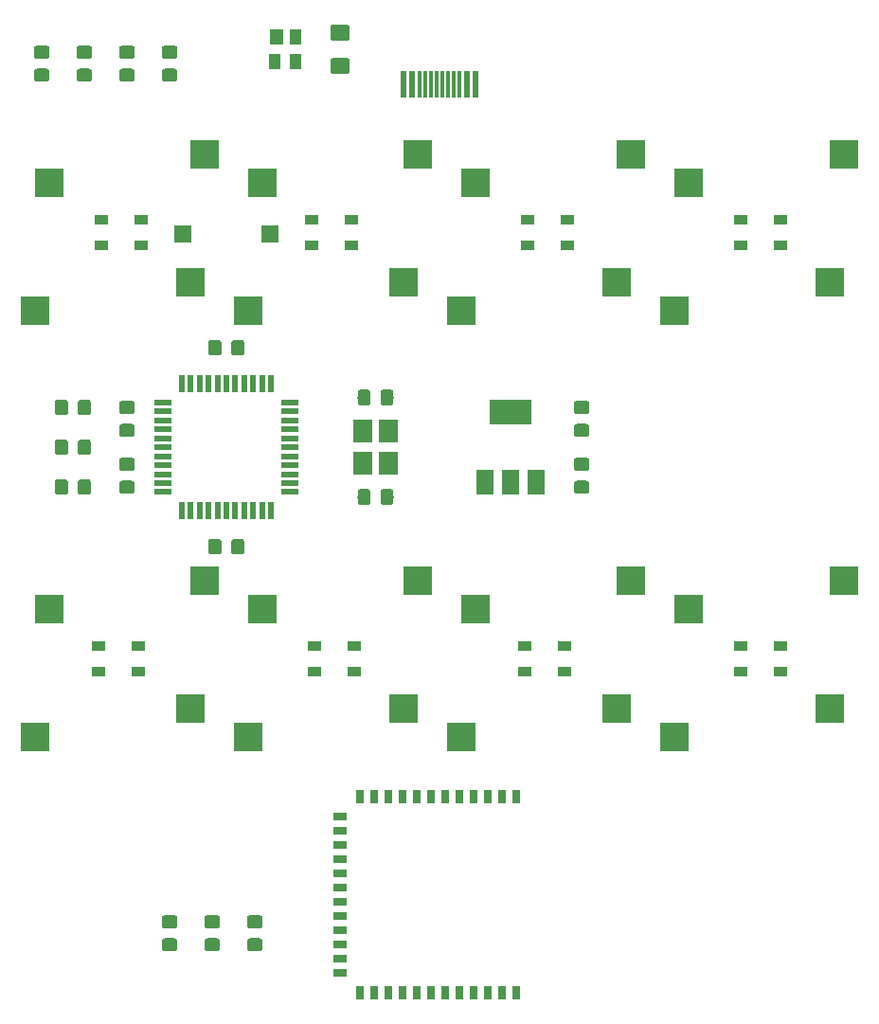
<source format=gbr>
G04 #@! TF.GenerationSoftware,KiCad,Pcbnew,(5.1.2)-2*
G04 #@! TF.CreationDate,2020-01-16T16:08:25+08:00*
G04 #@! TF.ProjectId,wingxx-receiver-v4,77696e67-7878-42d7-9265-636569766572,rev?*
G04 #@! TF.SameCoordinates,Original*
G04 #@! TF.FileFunction,Paste,Bot*
G04 #@! TF.FilePolarity,Positive*
%FSLAX46Y46*%
G04 Gerber Fmt 4.6, Leading zero omitted, Abs format (unit mm)*
G04 Created by KiCad (PCBNEW (5.1.2)-2) date 2020-01-16 16:08:25*
%MOMM*%
%LPD*%
G04 APERTURE LIST*
%ADD10R,0.698500X1.198880*%
%ADD11R,1.198880X0.698500*%
%ADD12R,1.300000X0.950000*%
%ADD13R,1.500000X1.500000*%
%ADD14R,1.800000X2.100000*%
%ADD15C,0.100000*%
%ADD16C,1.425000*%
%ADD17C,1.150000*%
%ADD18R,1.500000X0.550000*%
%ADD19R,0.550000X1.500000*%
%ADD20R,1.000000X1.400000*%
%ADD21R,1.200000X1.400000*%
%ADD22R,0.600000X2.450000*%
%ADD23R,0.300000X2.450000*%
%ADD24R,3.800000X2.200000*%
%ADD25R,1.500000X2.200000*%
%ADD26R,2.550000X2.500000*%
G04 APERTURE END LIST*
D10*
X107188000Y-146558000D03*
X114808000Y-129032000D03*
X116078000Y-129032000D03*
D11*
X105410000Y-144780000D03*
D10*
X109728000Y-146558000D03*
X110998000Y-146558000D03*
X112268000Y-146558000D03*
X113538000Y-146558000D03*
X114808000Y-146558000D03*
X116078000Y-146558000D03*
X117348000Y-146558000D03*
X118618000Y-146558000D03*
X119888000Y-146558000D03*
X121158000Y-129032000D03*
X119888000Y-129032000D03*
X118618000Y-129032000D03*
X117348000Y-129032000D03*
X113538000Y-129032000D03*
X112268000Y-129032000D03*
X110998000Y-129032000D03*
X109728000Y-129032000D03*
X108458000Y-129032000D03*
X107188000Y-129032000D03*
D11*
X105410000Y-130810000D03*
X105410000Y-132080000D03*
X105410000Y-133350000D03*
X105410000Y-134620000D03*
X105410000Y-135890000D03*
X105410000Y-137160000D03*
X105410000Y-138430000D03*
X105410000Y-139700000D03*
X105410000Y-140970000D03*
X105410000Y-142240000D03*
X105410000Y-143510000D03*
D10*
X121158000Y-146558000D03*
X108458000Y-146558000D03*
D12*
X84077000Y-77470000D03*
X87627000Y-77470000D03*
X102873000Y-77470000D03*
X106423000Y-77470000D03*
X122177000Y-77470000D03*
X125727000Y-77470000D03*
X141227000Y-77470000D03*
X144777000Y-77470000D03*
X84077000Y-79756000D03*
X87627000Y-79756000D03*
X102873000Y-79756000D03*
X106423000Y-79756000D03*
X122177000Y-79756000D03*
X125727000Y-79756000D03*
X141227000Y-79756000D03*
X144777000Y-79756000D03*
X83823000Y-115570000D03*
X87373000Y-115570000D03*
X103127000Y-115570000D03*
X106677000Y-115570000D03*
X121923000Y-115570000D03*
X125473000Y-115570000D03*
X141227000Y-115570000D03*
X144777000Y-115570000D03*
X83823000Y-117856000D03*
X87373000Y-117856000D03*
X103127000Y-117856000D03*
X106677000Y-117856000D03*
X121923000Y-117856000D03*
X125473000Y-117856000D03*
X141227000Y-117856000D03*
X144777000Y-117856000D03*
D13*
X99150000Y-78740000D03*
X91350000Y-78740000D03*
D14*
X109735000Y-99240000D03*
X109735000Y-96340000D03*
X107435000Y-96340000D03*
X107435000Y-99240000D03*
D15*
G36*
X106059504Y-63006204D02*
G01*
X106083773Y-63009804D01*
X106107571Y-63015765D01*
X106130671Y-63024030D01*
X106152849Y-63034520D01*
X106173893Y-63047133D01*
X106193598Y-63061747D01*
X106211777Y-63078223D01*
X106228253Y-63096402D01*
X106242867Y-63116107D01*
X106255480Y-63137151D01*
X106265970Y-63159329D01*
X106274235Y-63182429D01*
X106280196Y-63206227D01*
X106283796Y-63230496D01*
X106285000Y-63255000D01*
X106285000Y-64180000D01*
X106283796Y-64204504D01*
X106280196Y-64228773D01*
X106274235Y-64252571D01*
X106265970Y-64275671D01*
X106255480Y-64297849D01*
X106242867Y-64318893D01*
X106228253Y-64338598D01*
X106211777Y-64356777D01*
X106193598Y-64373253D01*
X106173893Y-64387867D01*
X106152849Y-64400480D01*
X106130671Y-64410970D01*
X106107571Y-64419235D01*
X106083773Y-64425196D01*
X106059504Y-64428796D01*
X106035000Y-64430000D01*
X104785000Y-64430000D01*
X104760496Y-64428796D01*
X104736227Y-64425196D01*
X104712429Y-64419235D01*
X104689329Y-64410970D01*
X104667151Y-64400480D01*
X104646107Y-64387867D01*
X104626402Y-64373253D01*
X104608223Y-64356777D01*
X104591747Y-64338598D01*
X104577133Y-64318893D01*
X104564520Y-64297849D01*
X104554030Y-64275671D01*
X104545765Y-64252571D01*
X104539804Y-64228773D01*
X104536204Y-64204504D01*
X104535000Y-64180000D01*
X104535000Y-63255000D01*
X104536204Y-63230496D01*
X104539804Y-63206227D01*
X104545765Y-63182429D01*
X104554030Y-63159329D01*
X104564520Y-63137151D01*
X104577133Y-63116107D01*
X104591747Y-63096402D01*
X104608223Y-63078223D01*
X104626402Y-63061747D01*
X104646107Y-63047133D01*
X104667151Y-63034520D01*
X104689329Y-63024030D01*
X104712429Y-63015765D01*
X104736227Y-63009804D01*
X104760496Y-63006204D01*
X104785000Y-63005000D01*
X106035000Y-63005000D01*
X106059504Y-63006204D01*
X106059504Y-63006204D01*
G37*
D16*
X105410000Y-63717500D03*
D15*
G36*
X106059504Y-60031204D02*
G01*
X106083773Y-60034804D01*
X106107571Y-60040765D01*
X106130671Y-60049030D01*
X106152849Y-60059520D01*
X106173893Y-60072133D01*
X106193598Y-60086747D01*
X106211777Y-60103223D01*
X106228253Y-60121402D01*
X106242867Y-60141107D01*
X106255480Y-60162151D01*
X106265970Y-60184329D01*
X106274235Y-60207429D01*
X106280196Y-60231227D01*
X106283796Y-60255496D01*
X106285000Y-60280000D01*
X106285000Y-61205000D01*
X106283796Y-61229504D01*
X106280196Y-61253773D01*
X106274235Y-61277571D01*
X106265970Y-61300671D01*
X106255480Y-61322849D01*
X106242867Y-61343893D01*
X106228253Y-61363598D01*
X106211777Y-61381777D01*
X106193598Y-61398253D01*
X106173893Y-61412867D01*
X106152849Y-61425480D01*
X106130671Y-61435970D01*
X106107571Y-61444235D01*
X106083773Y-61450196D01*
X106059504Y-61453796D01*
X106035000Y-61455000D01*
X104785000Y-61455000D01*
X104760496Y-61453796D01*
X104736227Y-61450196D01*
X104712429Y-61444235D01*
X104689329Y-61435970D01*
X104667151Y-61425480D01*
X104646107Y-61412867D01*
X104626402Y-61398253D01*
X104608223Y-61381777D01*
X104591747Y-61363598D01*
X104577133Y-61343893D01*
X104564520Y-61322849D01*
X104554030Y-61300671D01*
X104545765Y-61277571D01*
X104539804Y-61253773D01*
X104536204Y-61229504D01*
X104535000Y-61205000D01*
X104535000Y-60280000D01*
X104536204Y-60255496D01*
X104539804Y-60231227D01*
X104545765Y-60207429D01*
X104554030Y-60184329D01*
X104564520Y-60162151D01*
X104577133Y-60141107D01*
X104591747Y-60121402D01*
X104608223Y-60103223D01*
X104626402Y-60086747D01*
X104646107Y-60072133D01*
X104667151Y-60059520D01*
X104689329Y-60049030D01*
X104712429Y-60040765D01*
X104736227Y-60034804D01*
X104760496Y-60031204D01*
X104785000Y-60030000D01*
X106035000Y-60030000D01*
X106059504Y-60031204D01*
X106059504Y-60031204D01*
G37*
D16*
X105410000Y-60742500D03*
D15*
G36*
X80858505Y-97091204D02*
G01*
X80882773Y-97094804D01*
X80906572Y-97100765D01*
X80929671Y-97109030D01*
X80951850Y-97119520D01*
X80972893Y-97132132D01*
X80992599Y-97146747D01*
X81010777Y-97163223D01*
X81027253Y-97181401D01*
X81041868Y-97201107D01*
X81054480Y-97222150D01*
X81064970Y-97244329D01*
X81073235Y-97267428D01*
X81079196Y-97291227D01*
X81082796Y-97315495D01*
X81084000Y-97339999D01*
X81084000Y-98240001D01*
X81082796Y-98264505D01*
X81079196Y-98288773D01*
X81073235Y-98312572D01*
X81064970Y-98335671D01*
X81054480Y-98357850D01*
X81041868Y-98378893D01*
X81027253Y-98398599D01*
X81010777Y-98416777D01*
X80992599Y-98433253D01*
X80972893Y-98447868D01*
X80951850Y-98460480D01*
X80929671Y-98470970D01*
X80906572Y-98479235D01*
X80882773Y-98485196D01*
X80858505Y-98488796D01*
X80834001Y-98490000D01*
X80183999Y-98490000D01*
X80159495Y-98488796D01*
X80135227Y-98485196D01*
X80111428Y-98479235D01*
X80088329Y-98470970D01*
X80066150Y-98460480D01*
X80045107Y-98447868D01*
X80025401Y-98433253D01*
X80007223Y-98416777D01*
X79990747Y-98398599D01*
X79976132Y-98378893D01*
X79963520Y-98357850D01*
X79953030Y-98335671D01*
X79944765Y-98312572D01*
X79938804Y-98288773D01*
X79935204Y-98264505D01*
X79934000Y-98240001D01*
X79934000Y-97339999D01*
X79935204Y-97315495D01*
X79938804Y-97291227D01*
X79944765Y-97267428D01*
X79953030Y-97244329D01*
X79963520Y-97222150D01*
X79976132Y-97201107D01*
X79990747Y-97181401D01*
X80007223Y-97163223D01*
X80025401Y-97146747D01*
X80045107Y-97132132D01*
X80066150Y-97119520D01*
X80088329Y-97109030D01*
X80111428Y-97100765D01*
X80135227Y-97094804D01*
X80159495Y-97091204D01*
X80183999Y-97090000D01*
X80834001Y-97090000D01*
X80858505Y-97091204D01*
X80858505Y-97091204D01*
G37*
D17*
X80509000Y-97790000D03*
D15*
G36*
X82908505Y-97091204D02*
G01*
X82932773Y-97094804D01*
X82956572Y-97100765D01*
X82979671Y-97109030D01*
X83001850Y-97119520D01*
X83022893Y-97132132D01*
X83042599Y-97146747D01*
X83060777Y-97163223D01*
X83077253Y-97181401D01*
X83091868Y-97201107D01*
X83104480Y-97222150D01*
X83114970Y-97244329D01*
X83123235Y-97267428D01*
X83129196Y-97291227D01*
X83132796Y-97315495D01*
X83134000Y-97339999D01*
X83134000Y-98240001D01*
X83132796Y-98264505D01*
X83129196Y-98288773D01*
X83123235Y-98312572D01*
X83114970Y-98335671D01*
X83104480Y-98357850D01*
X83091868Y-98378893D01*
X83077253Y-98398599D01*
X83060777Y-98416777D01*
X83042599Y-98433253D01*
X83022893Y-98447868D01*
X83001850Y-98460480D01*
X82979671Y-98470970D01*
X82956572Y-98479235D01*
X82932773Y-98485196D01*
X82908505Y-98488796D01*
X82884001Y-98490000D01*
X82233999Y-98490000D01*
X82209495Y-98488796D01*
X82185227Y-98485196D01*
X82161428Y-98479235D01*
X82138329Y-98470970D01*
X82116150Y-98460480D01*
X82095107Y-98447868D01*
X82075401Y-98433253D01*
X82057223Y-98416777D01*
X82040747Y-98398599D01*
X82026132Y-98378893D01*
X82013520Y-98357850D01*
X82003030Y-98335671D01*
X81994765Y-98312572D01*
X81988804Y-98288773D01*
X81985204Y-98264505D01*
X81984000Y-98240001D01*
X81984000Y-97339999D01*
X81985204Y-97315495D01*
X81988804Y-97291227D01*
X81994765Y-97267428D01*
X82003030Y-97244329D01*
X82013520Y-97222150D01*
X82026132Y-97201107D01*
X82040747Y-97181401D01*
X82057223Y-97163223D01*
X82075401Y-97146747D01*
X82095107Y-97132132D01*
X82116150Y-97119520D01*
X82138329Y-97109030D01*
X82161428Y-97100765D01*
X82185227Y-97094804D01*
X82209495Y-97091204D01*
X82233999Y-97090000D01*
X82884001Y-97090000D01*
X82908505Y-97091204D01*
X82908505Y-97091204D01*
G37*
D17*
X82559000Y-97790000D03*
D15*
G36*
X82908505Y-93535204D02*
G01*
X82932773Y-93538804D01*
X82956572Y-93544765D01*
X82979671Y-93553030D01*
X83001850Y-93563520D01*
X83022893Y-93576132D01*
X83042599Y-93590747D01*
X83060777Y-93607223D01*
X83077253Y-93625401D01*
X83091868Y-93645107D01*
X83104480Y-93666150D01*
X83114970Y-93688329D01*
X83123235Y-93711428D01*
X83129196Y-93735227D01*
X83132796Y-93759495D01*
X83134000Y-93783999D01*
X83134000Y-94684001D01*
X83132796Y-94708505D01*
X83129196Y-94732773D01*
X83123235Y-94756572D01*
X83114970Y-94779671D01*
X83104480Y-94801850D01*
X83091868Y-94822893D01*
X83077253Y-94842599D01*
X83060777Y-94860777D01*
X83042599Y-94877253D01*
X83022893Y-94891868D01*
X83001850Y-94904480D01*
X82979671Y-94914970D01*
X82956572Y-94923235D01*
X82932773Y-94929196D01*
X82908505Y-94932796D01*
X82884001Y-94934000D01*
X82233999Y-94934000D01*
X82209495Y-94932796D01*
X82185227Y-94929196D01*
X82161428Y-94923235D01*
X82138329Y-94914970D01*
X82116150Y-94904480D01*
X82095107Y-94891868D01*
X82075401Y-94877253D01*
X82057223Y-94860777D01*
X82040747Y-94842599D01*
X82026132Y-94822893D01*
X82013520Y-94801850D01*
X82003030Y-94779671D01*
X81994765Y-94756572D01*
X81988804Y-94732773D01*
X81985204Y-94708505D01*
X81984000Y-94684001D01*
X81984000Y-93783999D01*
X81985204Y-93759495D01*
X81988804Y-93735227D01*
X81994765Y-93711428D01*
X82003030Y-93688329D01*
X82013520Y-93666150D01*
X82026132Y-93645107D01*
X82040747Y-93625401D01*
X82057223Y-93607223D01*
X82075401Y-93590747D01*
X82095107Y-93576132D01*
X82116150Y-93563520D01*
X82138329Y-93553030D01*
X82161428Y-93544765D01*
X82185227Y-93538804D01*
X82209495Y-93535204D01*
X82233999Y-93534000D01*
X82884001Y-93534000D01*
X82908505Y-93535204D01*
X82908505Y-93535204D01*
G37*
D17*
X82559000Y-94234000D03*
D15*
G36*
X80858505Y-93535204D02*
G01*
X80882773Y-93538804D01*
X80906572Y-93544765D01*
X80929671Y-93553030D01*
X80951850Y-93563520D01*
X80972893Y-93576132D01*
X80992599Y-93590747D01*
X81010777Y-93607223D01*
X81027253Y-93625401D01*
X81041868Y-93645107D01*
X81054480Y-93666150D01*
X81064970Y-93688329D01*
X81073235Y-93711428D01*
X81079196Y-93735227D01*
X81082796Y-93759495D01*
X81084000Y-93783999D01*
X81084000Y-94684001D01*
X81082796Y-94708505D01*
X81079196Y-94732773D01*
X81073235Y-94756572D01*
X81064970Y-94779671D01*
X81054480Y-94801850D01*
X81041868Y-94822893D01*
X81027253Y-94842599D01*
X81010777Y-94860777D01*
X80992599Y-94877253D01*
X80972893Y-94891868D01*
X80951850Y-94904480D01*
X80929671Y-94914970D01*
X80906572Y-94923235D01*
X80882773Y-94929196D01*
X80858505Y-94932796D01*
X80834001Y-94934000D01*
X80183999Y-94934000D01*
X80159495Y-94932796D01*
X80135227Y-94929196D01*
X80111428Y-94923235D01*
X80088329Y-94914970D01*
X80066150Y-94904480D01*
X80045107Y-94891868D01*
X80025401Y-94877253D01*
X80007223Y-94860777D01*
X79990747Y-94842599D01*
X79976132Y-94822893D01*
X79963520Y-94801850D01*
X79953030Y-94779671D01*
X79944765Y-94756572D01*
X79938804Y-94732773D01*
X79935204Y-94708505D01*
X79934000Y-94684001D01*
X79934000Y-93783999D01*
X79935204Y-93759495D01*
X79938804Y-93735227D01*
X79944765Y-93711428D01*
X79953030Y-93688329D01*
X79963520Y-93666150D01*
X79976132Y-93645107D01*
X79990747Y-93625401D01*
X80007223Y-93607223D01*
X80025401Y-93590747D01*
X80045107Y-93576132D01*
X80066150Y-93563520D01*
X80088329Y-93553030D01*
X80111428Y-93544765D01*
X80135227Y-93538804D01*
X80159495Y-93535204D01*
X80183999Y-93534000D01*
X80834001Y-93534000D01*
X80858505Y-93535204D01*
X80858505Y-93535204D01*
G37*
D17*
X80509000Y-94234000D03*
D15*
G36*
X90644505Y-63951204D02*
G01*
X90668773Y-63954804D01*
X90692572Y-63960765D01*
X90715671Y-63969030D01*
X90737850Y-63979520D01*
X90758893Y-63992132D01*
X90778599Y-64006747D01*
X90796777Y-64023223D01*
X90813253Y-64041401D01*
X90827868Y-64061107D01*
X90840480Y-64082150D01*
X90850970Y-64104329D01*
X90859235Y-64127428D01*
X90865196Y-64151227D01*
X90868796Y-64175495D01*
X90870000Y-64199999D01*
X90870000Y-64850001D01*
X90868796Y-64874505D01*
X90865196Y-64898773D01*
X90859235Y-64922572D01*
X90850970Y-64945671D01*
X90840480Y-64967850D01*
X90827868Y-64988893D01*
X90813253Y-65008599D01*
X90796777Y-65026777D01*
X90778599Y-65043253D01*
X90758893Y-65057868D01*
X90737850Y-65070480D01*
X90715671Y-65080970D01*
X90692572Y-65089235D01*
X90668773Y-65095196D01*
X90644505Y-65098796D01*
X90620001Y-65100000D01*
X89719999Y-65100000D01*
X89695495Y-65098796D01*
X89671227Y-65095196D01*
X89647428Y-65089235D01*
X89624329Y-65080970D01*
X89602150Y-65070480D01*
X89581107Y-65057868D01*
X89561401Y-65043253D01*
X89543223Y-65026777D01*
X89526747Y-65008599D01*
X89512132Y-64988893D01*
X89499520Y-64967850D01*
X89489030Y-64945671D01*
X89480765Y-64922572D01*
X89474804Y-64898773D01*
X89471204Y-64874505D01*
X89470000Y-64850001D01*
X89470000Y-64199999D01*
X89471204Y-64175495D01*
X89474804Y-64151227D01*
X89480765Y-64127428D01*
X89489030Y-64104329D01*
X89499520Y-64082150D01*
X89512132Y-64061107D01*
X89526747Y-64041401D01*
X89543223Y-64023223D01*
X89561401Y-64006747D01*
X89581107Y-63992132D01*
X89602150Y-63979520D01*
X89624329Y-63969030D01*
X89647428Y-63960765D01*
X89671227Y-63954804D01*
X89695495Y-63951204D01*
X89719999Y-63950000D01*
X90620001Y-63950000D01*
X90644505Y-63951204D01*
X90644505Y-63951204D01*
G37*
D17*
X90170000Y-64525000D03*
D15*
G36*
X90644505Y-61901204D02*
G01*
X90668773Y-61904804D01*
X90692572Y-61910765D01*
X90715671Y-61919030D01*
X90737850Y-61929520D01*
X90758893Y-61942132D01*
X90778599Y-61956747D01*
X90796777Y-61973223D01*
X90813253Y-61991401D01*
X90827868Y-62011107D01*
X90840480Y-62032150D01*
X90850970Y-62054329D01*
X90859235Y-62077428D01*
X90865196Y-62101227D01*
X90868796Y-62125495D01*
X90870000Y-62149999D01*
X90870000Y-62800001D01*
X90868796Y-62824505D01*
X90865196Y-62848773D01*
X90859235Y-62872572D01*
X90850970Y-62895671D01*
X90840480Y-62917850D01*
X90827868Y-62938893D01*
X90813253Y-62958599D01*
X90796777Y-62976777D01*
X90778599Y-62993253D01*
X90758893Y-63007868D01*
X90737850Y-63020480D01*
X90715671Y-63030970D01*
X90692572Y-63039235D01*
X90668773Y-63045196D01*
X90644505Y-63048796D01*
X90620001Y-63050000D01*
X89719999Y-63050000D01*
X89695495Y-63048796D01*
X89671227Y-63045196D01*
X89647428Y-63039235D01*
X89624329Y-63030970D01*
X89602150Y-63020480D01*
X89581107Y-63007868D01*
X89561401Y-62993253D01*
X89543223Y-62976777D01*
X89526747Y-62958599D01*
X89512132Y-62938893D01*
X89499520Y-62917850D01*
X89489030Y-62895671D01*
X89480765Y-62872572D01*
X89474804Y-62848773D01*
X89471204Y-62824505D01*
X89470000Y-62800001D01*
X89470000Y-62149999D01*
X89471204Y-62125495D01*
X89474804Y-62101227D01*
X89480765Y-62077428D01*
X89489030Y-62054329D01*
X89499520Y-62032150D01*
X89512132Y-62011107D01*
X89526747Y-61991401D01*
X89543223Y-61973223D01*
X89561401Y-61956747D01*
X89581107Y-61942132D01*
X89602150Y-61929520D01*
X89624329Y-61919030D01*
X89647428Y-61910765D01*
X89671227Y-61904804D01*
X89695495Y-61901204D01*
X89719999Y-61900000D01*
X90620001Y-61900000D01*
X90644505Y-61901204D01*
X90644505Y-61901204D01*
G37*
D17*
X90170000Y-62475000D03*
D15*
G36*
X86834505Y-63951204D02*
G01*
X86858773Y-63954804D01*
X86882572Y-63960765D01*
X86905671Y-63969030D01*
X86927850Y-63979520D01*
X86948893Y-63992132D01*
X86968599Y-64006747D01*
X86986777Y-64023223D01*
X87003253Y-64041401D01*
X87017868Y-64061107D01*
X87030480Y-64082150D01*
X87040970Y-64104329D01*
X87049235Y-64127428D01*
X87055196Y-64151227D01*
X87058796Y-64175495D01*
X87060000Y-64199999D01*
X87060000Y-64850001D01*
X87058796Y-64874505D01*
X87055196Y-64898773D01*
X87049235Y-64922572D01*
X87040970Y-64945671D01*
X87030480Y-64967850D01*
X87017868Y-64988893D01*
X87003253Y-65008599D01*
X86986777Y-65026777D01*
X86968599Y-65043253D01*
X86948893Y-65057868D01*
X86927850Y-65070480D01*
X86905671Y-65080970D01*
X86882572Y-65089235D01*
X86858773Y-65095196D01*
X86834505Y-65098796D01*
X86810001Y-65100000D01*
X85909999Y-65100000D01*
X85885495Y-65098796D01*
X85861227Y-65095196D01*
X85837428Y-65089235D01*
X85814329Y-65080970D01*
X85792150Y-65070480D01*
X85771107Y-65057868D01*
X85751401Y-65043253D01*
X85733223Y-65026777D01*
X85716747Y-65008599D01*
X85702132Y-64988893D01*
X85689520Y-64967850D01*
X85679030Y-64945671D01*
X85670765Y-64922572D01*
X85664804Y-64898773D01*
X85661204Y-64874505D01*
X85660000Y-64850001D01*
X85660000Y-64199999D01*
X85661204Y-64175495D01*
X85664804Y-64151227D01*
X85670765Y-64127428D01*
X85679030Y-64104329D01*
X85689520Y-64082150D01*
X85702132Y-64061107D01*
X85716747Y-64041401D01*
X85733223Y-64023223D01*
X85751401Y-64006747D01*
X85771107Y-63992132D01*
X85792150Y-63979520D01*
X85814329Y-63969030D01*
X85837428Y-63960765D01*
X85861227Y-63954804D01*
X85885495Y-63951204D01*
X85909999Y-63950000D01*
X86810001Y-63950000D01*
X86834505Y-63951204D01*
X86834505Y-63951204D01*
G37*
D17*
X86360000Y-64525000D03*
D15*
G36*
X86834505Y-61901204D02*
G01*
X86858773Y-61904804D01*
X86882572Y-61910765D01*
X86905671Y-61919030D01*
X86927850Y-61929520D01*
X86948893Y-61942132D01*
X86968599Y-61956747D01*
X86986777Y-61973223D01*
X87003253Y-61991401D01*
X87017868Y-62011107D01*
X87030480Y-62032150D01*
X87040970Y-62054329D01*
X87049235Y-62077428D01*
X87055196Y-62101227D01*
X87058796Y-62125495D01*
X87060000Y-62149999D01*
X87060000Y-62800001D01*
X87058796Y-62824505D01*
X87055196Y-62848773D01*
X87049235Y-62872572D01*
X87040970Y-62895671D01*
X87030480Y-62917850D01*
X87017868Y-62938893D01*
X87003253Y-62958599D01*
X86986777Y-62976777D01*
X86968599Y-62993253D01*
X86948893Y-63007868D01*
X86927850Y-63020480D01*
X86905671Y-63030970D01*
X86882572Y-63039235D01*
X86858773Y-63045196D01*
X86834505Y-63048796D01*
X86810001Y-63050000D01*
X85909999Y-63050000D01*
X85885495Y-63048796D01*
X85861227Y-63045196D01*
X85837428Y-63039235D01*
X85814329Y-63030970D01*
X85792150Y-63020480D01*
X85771107Y-63007868D01*
X85751401Y-62993253D01*
X85733223Y-62976777D01*
X85716747Y-62958599D01*
X85702132Y-62938893D01*
X85689520Y-62917850D01*
X85679030Y-62895671D01*
X85670765Y-62872572D01*
X85664804Y-62848773D01*
X85661204Y-62824505D01*
X85660000Y-62800001D01*
X85660000Y-62149999D01*
X85661204Y-62125495D01*
X85664804Y-62101227D01*
X85670765Y-62077428D01*
X85679030Y-62054329D01*
X85689520Y-62032150D01*
X85702132Y-62011107D01*
X85716747Y-61991401D01*
X85733223Y-61973223D01*
X85751401Y-61956747D01*
X85771107Y-61942132D01*
X85792150Y-61929520D01*
X85814329Y-61919030D01*
X85837428Y-61910765D01*
X85861227Y-61904804D01*
X85885495Y-61901204D01*
X85909999Y-61900000D01*
X86810001Y-61900000D01*
X86834505Y-61901204D01*
X86834505Y-61901204D01*
G37*
D17*
X86360000Y-62475000D03*
D15*
G36*
X83024505Y-63951204D02*
G01*
X83048773Y-63954804D01*
X83072572Y-63960765D01*
X83095671Y-63969030D01*
X83117850Y-63979520D01*
X83138893Y-63992132D01*
X83158599Y-64006747D01*
X83176777Y-64023223D01*
X83193253Y-64041401D01*
X83207868Y-64061107D01*
X83220480Y-64082150D01*
X83230970Y-64104329D01*
X83239235Y-64127428D01*
X83245196Y-64151227D01*
X83248796Y-64175495D01*
X83250000Y-64199999D01*
X83250000Y-64850001D01*
X83248796Y-64874505D01*
X83245196Y-64898773D01*
X83239235Y-64922572D01*
X83230970Y-64945671D01*
X83220480Y-64967850D01*
X83207868Y-64988893D01*
X83193253Y-65008599D01*
X83176777Y-65026777D01*
X83158599Y-65043253D01*
X83138893Y-65057868D01*
X83117850Y-65070480D01*
X83095671Y-65080970D01*
X83072572Y-65089235D01*
X83048773Y-65095196D01*
X83024505Y-65098796D01*
X83000001Y-65100000D01*
X82099999Y-65100000D01*
X82075495Y-65098796D01*
X82051227Y-65095196D01*
X82027428Y-65089235D01*
X82004329Y-65080970D01*
X81982150Y-65070480D01*
X81961107Y-65057868D01*
X81941401Y-65043253D01*
X81923223Y-65026777D01*
X81906747Y-65008599D01*
X81892132Y-64988893D01*
X81879520Y-64967850D01*
X81869030Y-64945671D01*
X81860765Y-64922572D01*
X81854804Y-64898773D01*
X81851204Y-64874505D01*
X81850000Y-64850001D01*
X81850000Y-64199999D01*
X81851204Y-64175495D01*
X81854804Y-64151227D01*
X81860765Y-64127428D01*
X81869030Y-64104329D01*
X81879520Y-64082150D01*
X81892132Y-64061107D01*
X81906747Y-64041401D01*
X81923223Y-64023223D01*
X81941401Y-64006747D01*
X81961107Y-63992132D01*
X81982150Y-63979520D01*
X82004329Y-63969030D01*
X82027428Y-63960765D01*
X82051227Y-63954804D01*
X82075495Y-63951204D01*
X82099999Y-63950000D01*
X83000001Y-63950000D01*
X83024505Y-63951204D01*
X83024505Y-63951204D01*
G37*
D17*
X82550000Y-64525000D03*
D15*
G36*
X83024505Y-61901204D02*
G01*
X83048773Y-61904804D01*
X83072572Y-61910765D01*
X83095671Y-61919030D01*
X83117850Y-61929520D01*
X83138893Y-61942132D01*
X83158599Y-61956747D01*
X83176777Y-61973223D01*
X83193253Y-61991401D01*
X83207868Y-62011107D01*
X83220480Y-62032150D01*
X83230970Y-62054329D01*
X83239235Y-62077428D01*
X83245196Y-62101227D01*
X83248796Y-62125495D01*
X83250000Y-62149999D01*
X83250000Y-62800001D01*
X83248796Y-62824505D01*
X83245196Y-62848773D01*
X83239235Y-62872572D01*
X83230970Y-62895671D01*
X83220480Y-62917850D01*
X83207868Y-62938893D01*
X83193253Y-62958599D01*
X83176777Y-62976777D01*
X83158599Y-62993253D01*
X83138893Y-63007868D01*
X83117850Y-63020480D01*
X83095671Y-63030970D01*
X83072572Y-63039235D01*
X83048773Y-63045196D01*
X83024505Y-63048796D01*
X83000001Y-63050000D01*
X82099999Y-63050000D01*
X82075495Y-63048796D01*
X82051227Y-63045196D01*
X82027428Y-63039235D01*
X82004329Y-63030970D01*
X81982150Y-63020480D01*
X81961107Y-63007868D01*
X81941401Y-62993253D01*
X81923223Y-62976777D01*
X81906747Y-62958599D01*
X81892132Y-62938893D01*
X81879520Y-62917850D01*
X81869030Y-62895671D01*
X81860765Y-62872572D01*
X81854804Y-62848773D01*
X81851204Y-62824505D01*
X81850000Y-62800001D01*
X81850000Y-62149999D01*
X81851204Y-62125495D01*
X81854804Y-62101227D01*
X81860765Y-62077428D01*
X81869030Y-62054329D01*
X81879520Y-62032150D01*
X81892132Y-62011107D01*
X81906747Y-61991401D01*
X81923223Y-61973223D01*
X81941401Y-61956747D01*
X81961107Y-61942132D01*
X81982150Y-61929520D01*
X82004329Y-61919030D01*
X82027428Y-61910765D01*
X82051227Y-61904804D01*
X82075495Y-61901204D01*
X82099999Y-61900000D01*
X83000001Y-61900000D01*
X83024505Y-61901204D01*
X83024505Y-61901204D01*
G37*
D17*
X82550000Y-62475000D03*
D15*
G36*
X79214505Y-63951204D02*
G01*
X79238773Y-63954804D01*
X79262572Y-63960765D01*
X79285671Y-63969030D01*
X79307850Y-63979520D01*
X79328893Y-63992132D01*
X79348599Y-64006747D01*
X79366777Y-64023223D01*
X79383253Y-64041401D01*
X79397868Y-64061107D01*
X79410480Y-64082150D01*
X79420970Y-64104329D01*
X79429235Y-64127428D01*
X79435196Y-64151227D01*
X79438796Y-64175495D01*
X79440000Y-64199999D01*
X79440000Y-64850001D01*
X79438796Y-64874505D01*
X79435196Y-64898773D01*
X79429235Y-64922572D01*
X79420970Y-64945671D01*
X79410480Y-64967850D01*
X79397868Y-64988893D01*
X79383253Y-65008599D01*
X79366777Y-65026777D01*
X79348599Y-65043253D01*
X79328893Y-65057868D01*
X79307850Y-65070480D01*
X79285671Y-65080970D01*
X79262572Y-65089235D01*
X79238773Y-65095196D01*
X79214505Y-65098796D01*
X79190001Y-65100000D01*
X78289999Y-65100000D01*
X78265495Y-65098796D01*
X78241227Y-65095196D01*
X78217428Y-65089235D01*
X78194329Y-65080970D01*
X78172150Y-65070480D01*
X78151107Y-65057868D01*
X78131401Y-65043253D01*
X78113223Y-65026777D01*
X78096747Y-65008599D01*
X78082132Y-64988893D01*
X78069520Y-64967850D01*
X78059030Y-64945671D01*
X78050765Y-64922572D01*
X78044804Y-64898773D01*
X78041204Y-64874505D01*
X78040000Y-64850001D01*
X78040000Y-64199999D01*
X78041204Y-64175495D01*
X78044804Y-64151227D01*
X78050765Y-64127428D01*
X78059030Y-64104329D01*
X78069520Y-64082150D01*
X78082132Y-64061107D01*
X78096747Y-64041401D01*
X78113223Y-64023223D01*
X78131401Y-64006747D01*
X78151107Y-63992132D01*
X78172150Y-63979520D01*
X78194329Y-63969030D01*
X78217428Y-63960765D01*
X78241227Y-63954804D01*
X78265495Y-63951204D01*
X78289999Y-63950000D01*
X79190001Y-63950000D01*
X79214505Y-63951204D01*
X79214505Y-63951204D01*
G37*
D17*
X78740000Y-64525000D03*
D15*
G36*
X79214505Y-61901204D02*
G01*
X79238773Y-61904804D01*
X79262572Y-61910765D01*
X79285671Y-61919030D01*
X79307850Y-61929520D01*
X79328893Y-61942132D01*
X79348599Y-61956747D01*
X79366777Y-61973223D01*
X79383253Y-61991401D01*
X79397868Y-62011107D01*
X79410480Y-62032150D01*
X79420970Y-62054329D01*
X79429235Y-62077428D01*
X79435196Y-62101227D01*
X79438796Y-62125495D01*
X79440000Y-62149999D01*
X79440000Y-62800001D01*
X79438796Y-62824505D01*
X79435196Y-62848773D01*
X79429235Y-62872572D01*
X79420970Y-62895671D01*
X79410480Y-62917850D01*
X79397868Y-62938893D01*
X79383253Y-62958599D01*
X79366777Y-62976777D01*
X79348599Y-62993253D01*
X79328893Y-63007868D01*
X79307850Y-63020480D01*
X79285671Y-63030970D01*
X79262572Y-63039235D01*
X79238773Y-63045196D01*
X79214505Y-63048796D01*
X79190001Y-63050000D01*
X78289999Y-63050000D01*
X78265495Y-63048796D01*
X78241227Y-63045196D01*
X78217428Y-63039235D01*
X78194329Y-63030970D01*
X78172150Y-63020480D01*
X78151107Y-63007868D01*
X78131401Y-62993253D01*
X78113223Y-62976777D01*
X78096747Y-62958599D01*
X78082132Y-62938893D01*
X78069520Y-62917850D01*
X78059030Y-62895671D01*
X78050765Y-62872572D01*
X78044804Y-62848773D01*
X78041204Y-62824505D01*
X78040000Y-62800001D01*
X78040000Y-62149999D01*
X78041204Y-62125495D01*
X78044804Y-62101227D01*
X78050765Y-62077428D01*
X78059030Y-62054329D01*
X78069520Y-62032150D01*
X78082132Y-62011107D01*
X78096747Y-61991401D01*
X78113223Y-61973223D01*
X78131401Y-61956747D01*
X78151107Y-61942132D01*
X78172150Y-61929520D01*
X78194329Y-61919030D01*
X78217428Y-61910765D01*
X78241227Y-61904804D01*
X78265495Y-61901204D01*
X78289999Y-61900000D01*
X79190001Y-61900000D01*
X79214505Y-61901204D01*
X79214505Y-61901204D01*
G37*
D17*
X78740000Y-62475000D03*
D15*
G36*
X127474505Y-95701204D02*
G01*
X127498773Y-95704804D01*
X127522572Y-95710765D01*
X127545671Y-95719030D01*
X127567850Y-95729520D01*
X127588893Y-95742132D01*
X127608599Y-95756747D01*
X127626777Y-95773223D01*
X127643253Y-95791401D01*
X127657868Y-95811107D01*
X127670480Y-95832150D01*
X127680970Y-95854329D01*
X127689235Y-95877428D01*
X127695196Y-95901227D01*
X127698796Y-95925495D01*
X127700000Y-95949999D01*
X127700000Y-96600001D01*
X127698796Y-96624505D01*
X127695196Y-96648773D01*
X127689235Y-96672572D01*
X127680970Y-96695671D01*
X127670480Y-96717850D01*
X127657868Y-96738893D01*
X127643253Y-96758599D01*
X127626777Y-96776777D01*
X127608599Y-96793253D01*
X127588893Y-96807868D01*
X127567850Y-96820480D01*
X127545671Y-96830970D01*
X127522572Y-96839235D01*
X127498773Y-96845196D01*
X127474505Y-96848796D01*
X127450001Y-96850000D01*
X126549999Y-96850000D01*
X126525495Y-96848796D01*
X126501227Y-96845196D01*
X126477428Y-96839235D01*
X126454329Y-96830970D01*
X126432150Y-96820480D01*
X126411107Y-96807868D01*
X126391401Y-96793253D01*
X126373223Y-96776777D01*
X126356747Y-96758599D01*
X126342132Y-96738893D01*
X126329520Y-96717850D01*
X126319030Y-96695671D01*
X126310765Y-96672572D01*
X126304804Y-96648773D01*
X126301204Y-96624505D01*
X126300000Y-96600001D01*
X126300000Y-95949999D01*
X126301204Y-95925495D01*
X126304804Y-95901227D01*
X126310765Y-95877428D01*
X126319030Y-95854329D01*
X126329520Y-95832150D01*
X126342132Y-95811107D01*
X126356747Y-95791401D01*
X126373223Y-95773223D01*
X126391401Y-95756747D01*
X126411107Y-95742132D01*
X126432150Y-95729520D01*
X126454329Y-95719030D01*
X126477428Y-95710765D01*
X126501227Y-95704804D01*
X126525495Y-95701204D01*
X126549999Y-95700000D01*
X127450001Y-95700000D01*
X127474505Y-95701204D01*
X127474505Y-95701204D01*
G37*
D17*
X127000000Y-96275000D03*
D15*
G36*
X127474505Y-93651204D02*
G01*
X127498773Y-93654804D01*
X127522572Y-93660765D01*
X127545671Y-93669030D01*
X127567850Y-93679520D01*
X127588893Y-93692132D01*
X127608599Y-93706747D01*
X127626777Y-93723223D01*
X127643253Y-93741401D01*
X127657868Y-93761107D01*
X127670480Y-93782150D01*
X127680970Y-93804329D01*
X127689235Y-93827428D01*
X127695196Y-93851227D01*
X127698796Y-93875495D01*
X127700000Y-93899999D01*
X127700000Y-94550001D01*
X127698796Y-94574505D01*
X127695196Y-94598773D01*
X127689235Y-94622572D01*
X127680970Y-94645671D01*
X127670480Y-94667850D01*
X127657868Y-94688893D01*
X127643253Y-94708599D01*
X127626777Y-94726777D01*
X127608599Y-94743253D01*
X127588893Y-94757868D01*
X127567850Y-94770480D01*
X127545671Y-94780970D01*
X127522572Y-94789235D01*
X127498773Y-94795196D01*
X127474505Y-94798796D01*
X127450001Y-94800000D01*
X126549999Y-94800000D01*
X126525495Y-94798796D01*
X126501227Y-94795196D01*
X126477428Y-94789235D01*
X126454329Y-94780970D01*
X126432150Y-94770480D01*
X126411107Y-94757868D01*
X126391401Y-94743253D01*
X126373223Y-94726777D01*
X126356747Y-94708599D01*
X126342132Y-94688893D01*
X126329520Y-94667850D01*
X126319030Y-94645671D01*
X126310765Y-94622572D01*
X126304804Y-94598773D01*
X126301204Y-94574505D01*
X126300000Y-94550001D01*
X126300000Y-93899999D01*
X126301204Y-93875495D01*
X126304804Y-93851227D01*
X126310765Y-93827428D01*
X126319030Y-93804329D01*
X126329520Y-93782150D01*
X126342132Y-93761107D01*
X126356747Y-93741401D01*
X126373223Y-93723223D01*
X126391401Y-93706747D01*
X126411107Y-93692132D01*
X126432150Y-93679520D01*
X126454329Y-93669030D01*
X126477428Y-93660765D01*
X126501227Y-93654804D01*
X126525495Y-93651204D01*
X126549999Y-93650000D01*
X127450001Y-93650000D01*
X127474505Y-93651204D01*
X127474505Y-93651204D01*
G37*
D17*
X127000000Y-94225000D03*
D15*
G36*
X127474505Y-100781204D02*
G01*
X127498773Y-100784804D01*
X127522572Y-100790765D01*
X127545671Y-100799030D01*
X127567850Y-100809520D01*
X127588893Y-100822132D01*
X127608599Y-100836747D01*
X127626777Y-100853223D01*
X127643253Y-100871401D01*
X127657868Y-100891107D01*
X127670480Y-100912150D01*
X127680970Y-100934329D01*
X127689235Y-100957428D01*
X127695196Y-100981227D01*
X127698796Y-101005495D01*
X127700000Y-101029999D01*
X127700000Y-101680001D01*
X127698796Y-101704505D01*
X127695196Y-101728773D01*
X127689235Y-101752572D01*
X127680970Y-101775671D01*
X127670480Y-101797850D01*
X127657868Y-101818893D01*
X127643253Y-101838599D01*
X127626777Y-101856777D01*
X127608599Y-101873253D01*
X127588893Y-101887868D01*
X127567850Y-101900480D01*
X127545671Y-101910970D01*
X127522572Y-101919235D01*
X127498773Y-101925196D01*
X127474505Y-101928796D01*
X127450001Y-101930000D01*
X126549999Y-101930000D01*
X126525495Y-101928796D01*
X126501227Y-101925196D01*
X126477428Y-101919235D01*
X126454329Y-101910970D01*
X126432150Y-101900480D01*
X126411107Y-101887868D01*
X126391401Y-101873253D01*
X126373223Y-101856777D01*
X126356747Y-101838599D01*
X126342132Y-101818893D01*
X126329520Y-101797850D01*
X126319030Y-101775671D01*
X126310765Y-101752572D01*
X126304804Y-101728773D01*
X126301204Y-101704505D01*
X126300000Y-101680001D01*
X126300000Y-101029999D01*
X126301204Y-101005495D01*
X126304804Y-100981227D01*
X126310765Y-100957428D01*
X126319030Y-100934329D01*
X126329520Y-100912150D01*
X126342132Y-100891107D01*
X126356747Y-100871401D01*
X126373223Y-100853223D01*
X126391401Y-100836747D01*
X126411107Y-100822132D01*
X126432150Y-100809520D01*
X126454329Y-100799030D01*
X126477428Y-100790765D01*
X126501227Y-100784804D01*
X126525495Y-100781204D01*
X126549999Y-100780000D01*
X127450001Y-100780000D01*
X127474505Y-100781204D01*
X127474505Y-100781204D01*
G37*
D17*
X127000000Y-101355000D03*
D15*
G36*
X127474505Y-98731204D02*
G01*
X127498773Y-98734804D01*
X127522572Y-98740765D01*
X127545671Y-98749030D01*
X127567850Y-98759520D01*
X127588893Y-98772132D01*
X127608599Y-98786747D01*
X127626777Y-98803223D01*
X127643253Y-98821401D01*
X127657868Y-98841107D01*
X127670480Y-98862150D01*
X127680970Y-98884329D01*
X127689235Y-98907428D01*
X127695196Y-98931227D01*
X127698796Y-98955495D01*
X127700000Y-98979999D01*
X127700000Y-99630001D01*
X127698796Y-99654505D01*
X127695196Y-99678773D01*
X127689235Y-99702572D01*
X127680970Y-99725671D01*
X127670480Y-99747850D01*
X127657868Y-99768893D01*
X127643253Y-99788599D01*
X127626777Y-99806777D01*
X127608599Y-99823253D01*
X127588893Y-99837868D01*
X127567850Y-99850480D01*
X127545671Y-99860970D01*
X127522572Y-99869235D01*
X127498773Y-99875196D01*
X127474505Y-99878796D01*
X127450001Y-99880000D01*
X126549999Y-99880000D01*
X126525495Y-99878796D01*
X126501227Y-99875196D01*
X126477428Y-99869235D01*
X126454329Y-99860970D01*
X126432150Y-99850480D01*
X126411107Y-99837868D01*
X126391401Y-99823253D01*
X126373223Y-99806777D01*
X126356747Y-99788599D01*
X126342132Y-99768893D01*
X126329520Y-99747850D01*
X126319030Y-99725671D01*
X126310765Y-99702572D01*
X126304804Y-99678773D01*
X126301204Y-99654505D01*
X126300000Y-99630001D01*
X126300000Y-98979999D01*
X126301204Y-98955495D01*
X126304804Y-98931227D01*
X126310765Y-98907428D01*
X126319030Y-98884329D01*
X126329520Y-98862150D01*
X126342132Y-98841107D01*
X126356747Y-98821401D01*
X126373223Y-98803223D01*
X126391401Y-98786747D01*
X126411107Y-98772132D01*
X126432150Y-98759520D01*
X126454329Y-98749030D01*
X126477428Y-98740765D01*
X126501227Y-98734804D01*
X126525495Y-98731204D01*
X126549999Y-98730000D01*
X127450001Y-98730000D01*
X127474505Y-98731204D01*
X127474505Y-98731204D01*
G37*
D17*
X127000000Y-99305000D03*
D15*
G36*
X86834505Y-100781204D02*
G01*
X86858773Y-100784804D01*
X86882572Y-100790765D01*
X86905671Y-100799030D01*
X86927850Y-100809520D01*
X86948893Y-100822132D01*
X86968599Y-100836747D01*
X86986777Y-100853223D01*
X87003253Y-100871401D01*
X87017868Y-100891107D01*
X87030480Y-100912150D01*
X87040970Y-100934329D01*
X87049235Y-100957428D01*
X87055196Y-100981227D01*
X87058796Y-101005495D01*
X87060000Y-101029999D01*
X87060000Y-101680001D01*
X87058796Y-101704505D01*
X87055196Y-101728773D01*
X87049235Y-101752572D01*
X87040970Y-101775671D01*
X87030480Y-101797850D01*
X87017868Y-101818893D01*
X87003253Y-101838599D01*
X86986777Y-101856777D01*
X86968599Y-101873253D01*
X86948893Y-101887868D01*
X86927850Y-101900480D01*
X86905671Y-101910970D01*
X86882572Y-101919235D01*
X86858773Y-101925196D01*
X86834505Y-101928796D01*
X86810001Y-101930000D01*
X85909999Y-101930000D01*
X85885495Y-101928796D01*
X85861227Y-101925196D01*
X85837428Y-101919235D01*
X85814329Y-101910970D01*
X85792150Y-101900480D01*
X85771107Y-101887868D01*
X85751401Y-101873253D01*
X85733223Y-101856777D01*
X85716747Y-101838599D01*
X85702132Y-101818893D01*
X85689520Y-101797850D01*
X85679030Y-101775671D01*
X85670765Y-101752572D01*
X85664804Y-101728773D01*
X85661204Y-101704505D01*
X85660000Y-101680001D01*
X85660000Y-101029999D01*
X85661204Y-101005495D01*
X85664804Y-100981227D01*
X85670765Y-100957428D01*
X85679030Y-100934329D01*
X85689520Y-100912150D01*
X85702132Y-100891107D01*
X85716747Y-100871401D01*
X85733223Y-100853223D01*
X85751401Y-100836747D01*
X85771107Y-100822132D01*
X85792150Y-100809520D01*
X85814329Y-100799030D01*
X85837428Y-100790765D01*
X85861227Y-100784804D01*
X85885495Y-100781204D01*
X85909999Y-100780000D01*
X86810001Y-100780000D01*
X86834505Y-100781204D01*
X86834505Y-100781204D01*
G37*
D17*
X86360000Y-101355000D03*
D15*
G36*
X86834505Y-98731204D02*
G01*
X86858773Y-98734804D01*
X86882572Y-98740765D01*
X86905671Y-98749030D01*
X86927850Y-98759520D01*
X86948893Y-98772132D01*
X86968599Y-98786747D01*
X86986777Y-98803223D01*
X87003253Y-98821401D01*
X87017868Y-98841107D01*
X87030480Y-98862150D01*
X87040970Y-98884329D01*
X87049235Y-98907428D01*
X87055196Y-98931227D01*
X87058796Y-98955495D01*
X87060000Y-98979999D01*
X87060000Y-99630001D01*
X87058796Y-99654505D01*
X87055196Y-99678773D01*
X87049235Y-99702572D01*
X87040970Y-99725671D01*
X87030480Y-99747850D01*
X87017868Y-99768893D01*
X87003253Y-99788599D01*
X86986777Y-99806777D01*
X86968599Y-99823253D01*
X86948893Y-99837868D01*
X86927850Y-99850480D01*
X86905671Y-99860970D01*
X86882572Y-99869235D01*
X86858773Y-99875196D01*
X86834505Y-99878796D01*
X86810001Y-99880000D01*
X85909999Y-99880000D01*
X85885495Y-99878796D01*
X85861227Y-99875196D01*
X85837428Y-99869235D01*
X85814329Y-99860970D01*
X85792150Y-99850480D01*
X85771107Y-99837868D01*
X85751401Y-99823253D01*
X85733223Y-99806777D01*
X85716747Y-99788599D01*
X85702132Y-99768893D01*
X85689520Y-99747850D01*
X85679030Y-99725671D01*
X85670765Y-99702572D01*
X85664804Y-99678773D01*
X85661204Y-99654505D01*
X85660000Y-99630001D01*
X85660000Y-98979999D01*
X85661204Y-98955495D01*
X85664804Y-98931227D01*
X85670765Y-98907428D01*
X85679030Y-98884329D01*
X85689520Y-98862150D01*
X85702132Y-98841107D01*
X85716747Y-98821401D01*
X85733223Y-98803223D01*
X85751401Y-98786747D01*
X85771107Y-98772132D01*
X85792150Y-98759520D01*
X85814329Y-98749030D01*
X85837428Y-98740765D01*
X85861227Y-98734804D01*
X85885495Y-98731204D01*
X85909999Y-98730000D01*
X86810001Y-98730000D01*
X86834505Y-98731204D01*
X86834505Y-98731204D01*
G37*
D17*
X86360000Y-99305000D03*
D15*
G36*
X86834505Y-95701204D02*
G01*
X86858773Y-95704804D01*
X86882572Y-95710765D01*
X86905671Y-95719030D01*
X86927850Y-95729520D01*
X86948893Y-95742132D01*
X86968599Y-95756747D01*
X86986777Y-95773223D01*
X87003253Y-95791401D01*
X87017868Y-95811107D01*
X87030480Y-95832150D01*
X87040970Y-95854329D01*
X87049235Y-95877428D01*
X87055196Y-95901227D01*
X87058796Y-95925495D01*
X87060000Y-95949999D01*
X87060000Y-96600001D01*
X87058796Y-96624505D01*
X87055196Y-96648773D01*
X87049235Y-96672572D01*
X87040970Y-96695671D01*
X87030480Y-96717850D01*
X87017868Y-96738893D01*
X87003253Y-96758599D01*
X86986777Y-96776777D01*
X86968599Y-96793253D01*
X86948893Y-96807868D01*
X86927850Y-96820480D01*
X86905671Y-96830970D01*
X86882572Y-96839235D01*
X86858773Y-96845196D01*
X86834505Y-96848796D01*
X86810001Y-96850000D01*
X85909999Y-96850000D01*
X85885495Y-96848796D01*
X85861227Y-96845196D01*
X85837428Y-96839235D01*
X85814329Y-96830970D01*
X85792150Y-96820480D01*
X85771107Y-96807868D01*
X85751401Y-96793253D01*
X85733223Y-96776777D01*
X85716747Y-96758599D01*
X85702132Y-96738893D01*
X85689520Y-96717850D01*
X85679030Y-96695671D01*
X85670765Y-96672572D01*
X85664804Y-96648773D01*
X85661204Y-96624505D01*
X85660000Y-96600001D01*
X85660000Y-95949999D01*
X85661204Y-95925495D01*
X85664804Y-95901227D01*
X85670765Y-95877428D01*
X85679030Y-95854329D01*
X85689520Y-95832150D01*
X85702132Y-95811107D01*
X85716747Y-95791401D01*
X85733223Y-95773223D01*
X85751401Y-95756747D01*
X85771107Y-95742132D01*
X85792150Y-95729520D01*
X85814329Y-95719030D01*
X85837428Y-95710765D01*
X85861227Y-95704804D01*
X85885495Y-95701204D01*
X85909999Y-95700000D01*
X86810001Y-95700000D01*
X86834505Y-95701204D01*
X86834505Y-95701204D01*
G37*
D17*
X86360000Y-96275000D03*
D15*
G36*
X86834505Y-93651204D02*
G01*
X86858773Y-93654804D01*
X86882572Y-93660765D01*
X86905671Y-93669030D01*
X86927850Y-93679520D01*
X86948893Y-93692132D01*
X86968599Y-93706747D01*
X86986777Y-93723223D01*
X87003253Y-93741401D01*
X87017868Y-93761107D01*
X87030480Y-93782150D01*
X87040970Y-93804329D01*
X87049235Y-93827428D01*
X87055196Y-93851227D01*
X87058796Y-93875495D01*
X87060000Y-93899999D01*
X87060000Y-94550001D01*
X87058796Y-94574505D01*
X87055196Y-94598773D01*
X87049235Y-94622572D01*
X87040970Y-94645671D01*
X87030480Y-94667850D01*
X87017868Y-94688893D01*
X87003253Y-94708599D01*
X86986777Y-94726777D01*
X86968599Y-94743253D01*
X86948893Y-94757868D01*
X86927850Y-94770480D01*
X86905671Y-94780970D01*
X86882572Y-94789235D01*
X86858773Y-94795196D01*
X86834505Y-94798796D01*
X86810001Y-94800000D01*
X85909999Y-94800000D01*
X85885495Y-94798796D01*
X85861227Y-94795196D01*
X85837428Y-94789235D01*
X85814329Y-94780970D01*
X85792150Y-94770480D01*
X85771107Y-94757868D01*
X85751401Y-94743253D01*
X85733223Y-94726777D01*
X85716747Y-94708599D01*
X85702132Y-94688893D01*
X85689520Y-94667850D01*
X85679030Y-94645671D01*
X85670765Y-94622572D01*
X85664804Y-94598773D01*
X85661204Y-94574505D01*
X85660000Y-94550001D01*
X85660000Y-93899999D01*
X85661204Y-93875495D01*
X85664804Y-93851227D01*
X85670765Y-93827428D01*
X85679030Y-93804329D01*
X85689520Y-93782150D01*
X85702132Y-93761107D01*
X85716747Y-93741401D01*
X85733223Y-93723223D01*
X85751401Y-93706747D01*
X85771107Y-93692132D01*
X85792150Y-93679520D01*
X85814329Y-93669030D01*
X85837428Y-93660765D01*
X85861227Y-93654804D01*
X85885495Y-93651204D01*
X85909999Y-93650000D01*
X86810001Y-93650000D01*
X86834505Y-93651204D01*
X86834505Y-93651204D01*
G37*
D17*
X86360000Y-94225000D03*
D15*
G36*
X96624505Y-105981204D02*
G01*
X96648773Y-105984804D01*
X96672572Y-105990765D01*
X96695671Y-105999030D01*
X96717850Y-106009520D01*
X96738893Y-106022132D01*
X96758599Y-106036747D01*
X96776777Y-106053223D01*
X96793253Y-106071401D01*
X96807868Y-106091107D01*
X96820480Y-106112150D01*
X96830970Y-106134329D01*
X96839235Y-106157428D01*
X96845196Y-106181227D01*
X96848796Y-106205495D01*
X96850000Y-106229999D01*
X96850000Y-107130001D01*
X96848796Y-107154505D01*
X96845196Y-107178773D01*
X96839235Y-107202572D01*
X96830970Y-107225671D01*
X96820480Y-107247850D01*
X96807868Y-107268893D01*
X96793253Y-107288599D01*
X96776777Y-107306777D01*
X96758599Y-107323253D01*
X96738893Y-107337868D01*
X96717850Y-107350480D01*
X96695671Y-107360970D01*
X96672572Y-107369235D01*
X96648773Y-107375196D01*
X96624505Y-107378796D01*
X96600001Y-107380000D01*
X95949999Y-107380000D01*
X95925495Y-107378796D01*
X95901227Y-107375196D01*
X95877428Y-107369235D01*
X95854329Y-107360970D01*
X95832150Y-107350480D01*
X95811107Y-107337868D01*
X95791401Y-107323253D01*
X95773223Y-107306777D01*
X95756747Y-107288599D01*
X95742132Y-107268893D01*
X95729520Y-107247850D01*
X95719030Y-107225671D01*
X95710765Y-107202572D01*
X95704804Y-107178773D01*
X95701204Y-107154505D01*
X95700000Y-107130001D01*
X95700000Y-106229999D01*
X95701204Y-106205495D01*
X95704804Y-106181227D01*
X95710765Y-106157428D01*
X95719030Y-106134329D01*
X95729520Y-106112150D01*
X95742132Y-106091107D01*
X95756747Y-106071401D01*
X95773223Y-106053223D01*
X95791401Y-106036747D01*
X95811107Y-106022132D01*
X95832150Y-106009520D01*
X95854329Y-105999030D01*
X95877428Y-105990765D01*
X95901227Y-105984804D01*
X95925495Y-105981204D01*
X95949999Y-105980000D01*
X96600001Y-105980000D01*
X96624505Y-105981204D01*
X96624505Y-105981204D01*
G37*
D17*
X96275000Y-106680000D03*
D15*
G36*
X94574505Y-105981204D02*
G01*
X94598773Y-105984804D01*
X94622572Y-105990765D01*
X94645671Y-105999030D01*
X94667850Y-106009520D01*
X94688893Y-106022132D01*
X94708599Y-106036747D01*
X94726777Y-106053223D01*
X94743253Y-106071401D01*
X94757868Y-106091107D01*
X94770480Y-106112150D01*
X94780970Y-106134329D01*
X94789235Y-106157428D01*
X94795196Y-106181227D01*
X94798796Y-106205495D01*
X94800000Y-106229999D01*
X94800000Y-107130001D01*
X94798796Y-107154505D01*
X94795196Y-107178773D01*
X94789235Y-107202572D01*
X94780970Y-107225671D01*
X94770480Y-107247850D01*
X94757868Y-107268893D01*
X94743253Y-107288599D01*
X94726777Y-107306777D01*
X94708599Y-107323253D01*
X94688893Y-107337868D01*
X94667850Y-107350480D01*
X94645671Y-107360970D01*
X94622572Y-107369235D01*
X94598773Y-107375196D01*
X94574505Y-107378796D01*
X94550001Y-107380000D01*
X93899999Y-107380000D01*
X93875495Y-107378796D01*
X93851227Y-107375196D01*
X93827428Y-107369235D01*
X93804329Y-107360970D01*
X93782150Y-107350480D01*
X93761107Y-107337868D01*
X93741401Y-107323253D01*
X93723223Y-107306777D01*
X93706747Y-107288599D01*
X93692132Y-107268893D01*
X93679520Y-107247850D01*
X93669030Y-107225671D01*
X93660765Y-107202572D01*
X93654804Y-107178773D01*
X93651204Y-107154505D01*
X93650000Y-107130001D01*
X93650000Y-106229999D01*
X93651204Y-106205495D01*
X93654804Y-106181227D01*
X93660765Y-106157428D01*
X93669030Y-106134329D01*
X93679520Y-106112150D01*
X93692132Y-106091107D01*
X93706747Y-106071401D01*
X93723223Y-106053223D01*
X93741401Y-106036747D01*
X93761107Y-106022132D01*
X93782150Y-106009520D01*
X93804329Y-105999030D01*
X93827428Y-105990765D01*
X93851227Y-105984804D01*
X93875495Y-105981204D01*
X93899999Y-105980000D01*
X94550001Y-105980000D01*
X94574505Y-105981204D01*
X94574505Y-105981204D01*
G37*
D17*
X94225000Y-106680000D03*
D15*
G36*
X94574505Y-88201204D02*
G01*
X94598773Y-88204804D01*
X94622572Y-88210765D01*
X94645671Y-88219030D01*
X94667850Y-88229520D01*
X94688893Y-88242132D01*
X94708599Y-88256747D01*
X94726777Y-88273223D01*
X94743253Y-88291401D01*
X94757868Y-88311107D01*
X94770480Y-88332150D01*
X94780970Y-88354329D01*
X94789235Y-88377428D01*
X94795196Y-88401227D01*
X94798796Y-88425495D01*
X94800000Y-88449999D01*
X94800000Y-89350001D01*
X94798796Y-89374505D01*
X94795196Y-89398773D01*
X94789235Y-89422572D01*
X94780970Y-89445671D01*
X94770480Y-89467850D01*
X94757868Y-89488893D01*
X94743253Y-89508599D01*
X94726777Y-89526777D01*
X94708599Y-89543253D01*
X94688893Y-89557868D01*
X94667850Y-89570480D01*
X94645671Y-89580970D01*
X94622572Y-89589235D01*
X94598773Y-89595196D01*
X94574505Y-89598796D01*
X94550001Y-89600000D01*
X93899999Y-89600000D01*
X93875495Y-89598796D01*
X93851227Y-89595196D01*
X93827428Y-89589235D01*
X93804329Y-89580970D01*
X93782150Y-89570480D01*
X93761107Y-89557868D01*
X93741401Y-89543253D01*
X93723223Y-89526777D01*
X93706747Y-89508599D01*
X93692132Y-89488893D01*
X93679520Y-89467850D01*
X93669030Y-89445671D01*
X93660765Y-89422572D01*
X93654804Y-89398773D01*
X93651204Y-89374505D01*
X93650000Y-89350001D01*
X93650000Y-88449999D01*
X93651204Y-88425495D01*
X93654804Y-88401227D01*
X93660765Y-88377428D01*
X93669030Y-88354329D01*
X93679520Y-88332150D01*
X93692132Y-88311107D01*
X93706747Y-88291401D01*
X93723223Y-88273223D01*
X93741401Y-88256747D01*
X93761107Y-88242132D01*
X93782150Y-88229520D01*
X93804329Y-88219030D01*
X93827428Y-88210765D01*
X93851227Y-88204804D01*
X93875495Y-88201204D01*
X93899999Y-88200000D01*
X94550001Y-88200000D01*
X94574505Y-88201204D01*
X94574505Y-88201204D01*
G37*
D17*
X94225000Y-88900000D03*
D15*
G36*
X96624505Y-88201204D02*
G01*
X96648773Y-88204804D01*
X96672572Y-88210765D01*
X96695671Y-88219030D01*
X96717850Y-88229520D01*
X96738893Y-88242132D01*
X96758599Y-88256747D01*
X96776777Y-88273223D01*
X96793253Y-88291401D01*
X96807868Y-88311107D01*
X96820480Y-88332150D01*
X96830970Y-88354329D01*
X96839235Y-88377428D01*
X96845196Y-88401227D01*
X96848796Y-88425495D01*
X96850000Y-88449999D01*
X96850000Y-89350001D01*
X96848796Y-89374505D01*
X96845196Y-89398773D01*
X96839235Y-89422572D01*
X96830970Y-89445671D01*
X96820480Y-89467850D01*
X96807868Y-89488893D01*
X96793253Y-89508599D01*
X96776777Y-89526777D01*
X96758599Y-89543253D01*
X96738893Y-89557868D01*
X96717850Y-89570480D01*
X96695671Y-89580970D01*
X96672572Y-89589235D01*
X96648773Y-89595196D01*
X96624505Y-89598796D01*
X96600001Y-89600000D01*
X95949999Y-89600000D01*
X95925495Y-89598796D01*
X95901227Y-89595196D01*
X95877428Y-89589235D01*
X95854329Y-89580970D01*
X95832150Y-89570480D01*
X95811107Y-89557868D01*
X95791401Y-89543253D01*
X95773223Y-89526777D01*
X95756747Y-89508599D01*
X95742132Y-89488893D01*
X95729520Y-89467850D01*
X95719030Y-89445671D01*
X95710765Y-89422572D01*
X95704804Y-89398773D01*
X95701204Y-89374505D01*
X95700000Y-89350001D01*
X95700000Y-88449999D01*
X95701204Y-88425495D01*
X95704804Y-88401227D01*
X95710765Y-88377428D01*
X95719030Y-88354329D01*
X95729520Y-88332150D01*
X95742132Y-88311107D01*
X95756747Y-88291401D01*
X95773223Y-88273223D01*
X95791401Y-88256747D01*
X95811107Y-88242132D01*
X95832150Y-88229520D01*
X95854329Y-88219030D01*
X95877428Y-88210765D01*
X95901227Y-88204804D01*
X95925495Y-88201204D01*
X95949999Y-88200000D01*
X96600001Y-88200000D01*
X96624505Y-88201204D01*
X96624505Y-88201204D01*
G37*
D17*
X96275000Y-88900000D03*
D15*
G36*
X80858505Y-100647204D02*
G01*
X80882773Y-100650804D01*
X80906572Y-100656765D01*
X80929671Y-100665030D01*
X80951850Y-100675520D01*
X80972893Y-100688132D01*
X80992599Y-100702747D01*
X81010777Y-100719223D01*
X81027253Y-100737401D01*
X81041868Y-100757107D01*
X81054480Y-100778150D01*
X81064970Y-100800329D01*
X81073235Y-100823428D01*
X81079196Y-100847227D01*
X81082796Y-100871495D01*
X81084000Y-100895999D01*
X81084000Y-101796001D01*
X81082796Y-101820505D01*
X81079196Y-101844773D01*
X81073235Y-101868572D01*
X81064970Y-101891671D01*
X81054480Y-101913850D01*
X81041868Y-101934893D01*
X81027253Y-101954599D01*
X81010777Y-101972777D01*
X80992599Y-101989253D01*
X80972893Y-102003868D01*
X80951850Y-102016480D01*
X80929671Y-102026970D01*
X80906572Y-102035235D01*
X80882773Y-102041196D01*
X80858505Y-102044796D01*
X80834001Y-102046000D01*
X80183999Y-102046000D01*
X80159495Y-102044796D01*
X80135227Y-102041196D01*
X80111428Y-102035235D01*
X80088329Y-102026970D01*
X80066150Y-102016480D01*
X80045107Y-102003868D01*
X80025401Y-101989253D01*
X80007223Y-101972777D01*
X79990747Y-101954599D01*
X79976132Y-101934893D01*
X79963520Y-101913850D01*
X79953030Y-101891671D01*
X79944765Y-101868572D01*
X79938804Y-101844773D01*
X79935204Y-101820505D01*
X79934000Y-101796001D01*
X79934000Y-100895999D01*
X79935204Y-100871495D01*
X79938804Y-100847227D01*
X79944765Y-100823428D01*
X79953030Y-100800329D01*
X79963520Y-100778150D01*
X79976132Y-100757107D01*
X79990747Y-100737401D01*
X80007223Y-100719223D01*
X80025401Y-100702747D01*
X80045107Y-100688132D01*
X80066150Y-100675520D01*
X80088329Y-100665030D01*
X80111428Y-100656765D01*
X80135227Y-100650804D01*
X80159495Y-100647204D01*
X80183999Y-100646000D01*
X80834001Y-100646000D01*
X80858505Y-100647204D01*
X80858505Y-100647204D01*
G37*
D17*
X80509000Y-101346000D03*
D15*
G36*
X82908505Y-100647204D02*
G01*
X82932773Y-100650804D01*
X82956572Y-100656765D01*
X82979671Y-100665030D01*
X83001850Y-100675520D01*
X83022893Y-100688132D01*
X83042599Y-100702747D01*
X83060777Y-100719223D01*
X83077253Y-100737401D01*
X83091868Y-100757107D01*
X83104480Y-100778150D01*
X83114970Y-100800329D01*
X83123235Y-100823428D01*
X83129196Y-100847227D01*
X83132796Y-100871495D01*
X83134000Y-100895999D01*
X83134000Y-101796001D01*
X83132796Y-101820505D01*
X83129196Y-101844773D01*
X83123235Y-101868572D01*
X83114970Y-101891671D01*
X83104480Y-101913850D01*
X83091868Y-101934893D01*
X83077253Y-101954599D01*
X83060777Y-101972777D01*
X83042599Y-101989253D01*
X83022893Y-102003868D01*
X83001850Y-102016480D01*
X82979671Y-102026970D01*
X82956572Y-102035235D01*
X82932773Y-102041196D01*
X82908505Y-102044796D01*
X82884001Y-102046000D01*
X82233999Y-102046000D01*
X82209495Y-102044796D01*
X82185227Y-102041196D01*
X82161428Y-102035235D01*
X82138329Y-102026970D01*
X82116150Y-102016480D01*
X82095107Y-102003868D01*
X82075401Y-101989253D01*
X82057223Y-101972777D01*
X82040747Y-101954599D01*
X82026132Y-101934893D01*
X82013520Y-101913850D01*
X82003030Y-101891671D01*
X81994765Y-101868572D01*
X81988804Y-101844773D01*
X81985204Y-101820505D01*
X81984000Y-101796001D01*
X81984000Y-100895999D01*
X81985204Y-100871495D01*
X81988804Y-100847227D01*
X81994765Y-100823428D01*
X82003030Y-100800329D01*
X82013520Y-100778150D01*
X82026132Y-100757107D01*
X82040747Y-100737401D01*
X82057223Y-100719223D01*
X82075401Y-100702747D01*
X82095107Y-100688132D01*
X82116150Y-100675520D01*
X82138329Y-100665030D01*
X82161428Y-100656765D01*
X82185227Y-100650804D01*
X82209495Y-100647204D01*
X82233999Y-100646000D01*
X82884001Y-100646000D01*
X82908505Y-100647204D01*
X82908505Y-100647204D01*
G37*
D17*
X82559000Y-101346000D03*
D15*
G36*
X109959505Y-101536204D02*
G01*
X109983773Y-101539804D01*
X110007572Y-101545765D01*
X110030671Y-101554030D01*
X110052850Y-101564520D01*
X110073893Y-101577132D01*
X110093599Y-101591747D01*
X110111777Y-101608223D01*
X110128253Y-101626401D01*
X110142868Y-101646107D01*
X110155480Y-101667150D01*
X110165970Y-101689329D01*
X110174235Y-101712428D01*
X110180196Y-101736227D01*
X110183796Y-101760495D01*
X110185000Y-101784999D01*
X110185000Y-102685001D01*
X110183796Y-102709505D01*
X110180196Y-102733773D01*
X110174235Y-102757572D01*
X110165970Y-102780671D01*
X110155480Y-102802850D01*
X110142868Y-102823893D01*
X110128253Y-102843599D01*
X110111777Y-102861777D01*
X110093599Y-102878253D01*
X110073893Y-102892868D01*
X110052850Y-102905480D01*
X110030671Y-102915970D01*
X110007572Y-102924235D01*
X109983773Y-102930196D01*
X109959505Y-102933796D01*
X109935001Y-102935000D01*
X109284999Y-102935000D01*
X109260495Y-102933796D01*
X109236227Y-102930196D01*
X109212428Y-102924235D01*
X109189329Y-102915970D01*
X109167150Y-102905480D01*
X109146107Y-102892868D01*
X109126401Y-102878253D01*
X109108223Y-102861777D01*
X109091747Y-102843599D01*
X109077132Y-102823893D01*
X109064520Y-102802850D01*
X109054030Y-102780671D01*
X109045765Y-102757572D01*
X109039804Y-102733773D01*
X109036204Y-102709505D01*
X109035000Y-102685001D01*
X109035000Y-101784999D01*
X109036204Y-101760495D01*
X109039804Y-101736227D01*
X109045765Y-101712428D01*
X109054030Y-101689329D01*
X109064520Y-101667150D01*
X109077132Y-101646107D01*
X109091747Y-101626401D01*
X109108223Y-101608223D01*
X109126401Y-101591747D01*
X109146107Y-101577132D01*
X109167150Y-101564520D01*
X109189329Y-101554030D01*
X109212428Y-101545765D01*
X109236227Y-101539804D01*
X109260495Y-101536204D01*
X109284999Y-101535000D01*
X109935001Y-101535000D01*
X109959505Y-101536204D01*
X109959505Y-101536204D01*
G37*
D17*
X109610000Y-102235000D03*
D15*
G36*
X107909505Y-101536204D02*
G01*
X107933773Y-101539804D01*
X107957572Y-101545765D01*
X107980671Y-101554030D01*
X108002850Y-101564520D01*
X108023893Y-101577132D01*
X108043599Y-101591747D01*
X108061777Y-101608223D01*
X108078253Y-101626401D01*
X108092868Y-101646107D01*
X108105480Y-101667150D01*
X108115970Y-101689329D01*
X108124235Y-101712428D01*
X108130196Y-101736227D01*
X108133796Y-101760495D01*
X108135000Y-101784999D01*
X108135000Y-102685001D01*
X108133796Y-102709505D01*
X108130196Y-102733773D01*
X108124235Y-102757572D01*
X108115970Y-102780671D01*
X108105480Y-102802850D01*
X108092868Y-102823893D01*
X108078253Y-102843599D01*
X108061777Y-102861777D01*
X108043599Y-102878253D01*
X108023893Y-102892868D01*
X108002850Y-102905480D01*
X107980671Y-102915970D01*
X107957572Y-102924235D01*
X107933773Y-102930196D01*
X107909505Y-102933796D01*
X107885001Y-102935000D01*
X107234999Y-102935000D01*
X107210495Y-102933796D01*
X107186227Y-102930196D01*
X107162428Y-102924235D01*
X107139329Y-102915970D01*
X107117150Y-102905480D01*
X107096107Y-102892868D01*
X107076401Y-102878253D01*
X107058223Y-102861777D01*
X107041747Y-102843599D01*
X107027132Y-102823893D01*
X107014520Y-102802850D01*
X107004030Y-102780671D01*
X106995765Y-102757572D01*
X106989804Y-102733773D01*
X106986204Y-102709505D01*
X106985000Y-102685001D01*
X106985000Y-101784999D01*
X106986204Y-101760495D01*
X106989804Y-101736227D01*
X106995765Y-101712428D01*
X107004030Y-101689329D01*
X107014520Y-101667150D01*
X107027132Y-101646107D01*
X107041747Y-101626401D01*
X107058223Y-101608223D01*
X107076401Y-101591747D01*
X107096107Y-101577132D01*
X107117150Y-101564520D01*
X107139329Y-101554030D01*
X107162428Y-101545765D01*
X107186227Y-101539804D01*
X107210495Y-101536204D01*
X107234999Y-101535000D01*
X107885001Y-101535000D01*
X107909505Y-101536204D01*
X107909505Y-101536204D01*
G37*
D17*
X107560000Y-102235000D03*
D15*
G36*
X109959505Y-92646204D02*
G01*
X109983773Y-92649804D01*
X110007572Y-92655765D01*
X110030671Y-92664030D01*
X110052850Y-92674520D01*
X110073893Y-92687132D01*
X110093599Y-92701747D01*
X110111777Y-92718223D01*
X110128253Y-92736401D01*
X110142868Y-92756107D01*
X110155480Y-92777150D01*
X110165970Y-92799329D01*
X110174235Y-92822428D01*
X110180196Y-92846227D01*
X110183796Y-92870495D01*
X110185000Y-92894999D01*
X110185000Y-93795001D01*
X110183796Y-93819505D01*
X110180196Y-93843773D01*
X110174235Y-93867572D01*
X110165970Y-93890671D01*
X110155480Y-93912850D01*
X110142868Y-93933893D01*
X110128253Y-93953599D01*
X110111777Y-93971777D01*
X110093599Y-93988253D01*
X110073893Y-94002868D01*
X110052850Y-94015480D01*
X110030671Y-94025970D01*
X110007572Y-94034235D01*
X109983773Y-94040196D01*
X109959505Y-94043796D01*
X109935001Y-94045000D01*
X109284999Y-94045000D01*
X109260495Y-94043796D01*
X109236227Y-94040196D01*
X109212428Y-94034235D01*
X109189329Y-94025970D01*
X109167150Y-94015480D01*
X109146107Y-94002868D01*
X109126401Y-93988253D01*
X109108223Y-93971777D01*
X109091747Y-93953599D01*
X109077132Y-93933893D01*
X109064520Y-93912850D01*
X109054030Y-93890671D01*
X109045765Y-93867572D01*
X109039804Y-93843773D01*
X109036204Y-93819505D01*
X109035000Y-93795001D01*
X109035000Y-92894999D01*
X109036204Y-92870495D01*
X109039804Y-92846227D01*
X109045765Y-92822428D01*
X109054030Y-92799329D01*
X109064520Y-92777150D01*
X109077132Y-92756107D01*
X109091747Y-92736401D01*
X109108223Y-92718223D01*
X109126401Y-92701747D01*
X109146107Y-92687132D01*
X109167150Y-92674520D01*
X109189329Y-92664030D01*
X109212428Y-92655765D01*
X109236227Y-92649804D01*
X109260495Y-92646204D01*
X109284999Y-92645000D01*
X109935001Y-92645000D01*
X109959505Y-92646204D01*
X109959505Y-92646204D01*
G37*
D17*
X109610000Y-93345000D03*
D15*
G36*
X107909505Y-92646204D02*
G01*
X107933773Y-92649804D01*
X107957572Y-92655765D01*
X107980671Y-92664030D01*
X108002850Y-92674520D01*
X108023893Y-92687132D01*
X108043599Y-92701747D01*
X108061777Y-92718223D01*
X108078253Y-92736401D01*
X108092868Y-92756107D01*
X108105480Y-92777150D01*
X108115970Y-92799329D01*
X108124235Y-92822428D01*
X108130196Y-92846227D01*
X108133796Y-92870495D01*
X108135000Y-92894999D01*
X108135000Y-93795001D01*
X108133796Y-93819505D01*
X108130196Y-93843773D01*
X108124235Y-93867572D01*
X108115970Y-93890671D01*
X108105480Y-93912850D01*
X108092868Y-93933893D01*
X108078253Y-93953599D01*
X108061777Y-93971777D01*
X108043599Y-93988253D01*
X108023893Y-94002868D01*
X108002850Y-94015480D01*
X107980671Y-94025970D01*
X107957572Y-94034235D01*
X107933773Y-94040196D01*
X107909505Y-94043796D01*
X107885001Y-94045000D01*
X107234999Y-94045000D01*
X107210495Y-94043796D01*
X107186227Y-94040196D01*
X107162428Y-94034235D01*
X107139329Y-94025970D01*
X107117150Y-94015480D01*
X107096107Y-94002868D01*
X107076401Y-93988253D01*
X107058223Y-93971777D01*
X107041747Y-93953599D01*
X107027132Y-93933893D01*
X107014520Y-93912850D01*
X107004030Y-93890671D01*
X106995765Y-93867572D01*
X106989804Y-93843773D01*
X106986204Y-93819505D01*
X106985000Y-93795001D01*
X106985000Y-92894999D01*
X106986204Y-92870495D01*
X106989804Y-92846227D01*
X106995765Y-92822428D01*
X107004030Y-92799329D01*
X107014520Y-92777150D01*
X107027132Y-92756107D01*
X107041747Y-92736401D01*
X107058223Y-92718223D01*
X107076401Y-92701747D01*
X107096107Y-92687132D01*
X107117150Y-92674520D01*
X107139329Y-92664030D01*
X107162428Y-92655765D01*
X107186227Y-92649804D01*
X107210495Y-92646204D01*
X107234999Y-92645000D01*
X107885001Y-92645000D01*
X107909505Y-92646204D01*
X107909505Y-92646204D01*
G37*
D17*
X107560000Y-93345000D03*
D18*
X89550000Y-93790000D03*
X89550000Y-94590000D03*
X89550000Y-95390000D03*
X89550000Y-96190000D03*
X89550000Y-96990000D03*
X89550000Y-97790000D03*
X89550000Y-98590000D03*
X89550000Y-99390000D03*
X89550000Y-100190000D03*
X89550000Y-100990000D03*
X89550000Y-101790000D03*
D19*
X91250000Y-103490000D03*
X92050000Y-103490000D03*
X92850000Y-103490000D03*
X93650000Y-103490000D03*
X94450000Y-103490000D03*
X95250000Y-103490000D03*
X96050000Y-103490000D03*
X96850000Y-103490000D03*
X97650000Y-103490000D03*
X98450000Y-103490000D03*
X99250000Y-103490000D03*
D18*
X100950000Y-101790000D03*
X100950000Y-100990000D03*
X100950000Y-100190000D03*
X100950000Y-99390000D03*
X100950000Y-98590000D03*
X100950000Y-97790000D03*
X100950000Y-96990000D03*
X100950000Y-96190000D03*
X100950000Y-95390000D03*
X100950000Y-94590000D03*
X100950000Y-93790000D03*
D19*
X99250000Y-92090000D03*
X98450000Y-92090000D03*
X97650000Y-92090000D03*
X96850000Y-92090000D03*
X96050000Y-92090000D03*
X95250000Y-92090000D03*
X94450000Y-92090000D03*
X93650000Y-92090000D03*
X92850000Y-92090000D03*
X92050000Y-92090000D03*
X91250000Y-92090000D03*
D20*
X99550000Y-63330000D03*
X101450000Y-63330000D03*
X101450000Y-61130000D03*
D21*
X99730000Y-61130000D03*
D22*
X117525000Y-65345000D03*
X111075000Y-65345000D03*
X116750000Y-65345000D03*
X111850000Y-65345000D03*
D23*
X112550000Y-65345000D03*
X116050000Y-65345000D03*
X113050000Y-65345000D03*
X115550000Y-65345000D03*
X113550000Y-65345000D03*
X115050000Y-65345000D03*
X114550000Y-65345000D03*
X114050000Y-65345000D03*
D24*
X120650000Y-94640000D03*
D25*
X122950000Y-100940000D03*
X120650000Y-100940000D03*
X118350000Y-100940000D03*
D15*
G36*
X98264505Y-139625204D02*
G01*
X98288773Y-139628804D01*
X98312572Y-139634765D01*
X98335671Y-139643030D01*
X98357850Y-139653520D01*
X98378893Y-139666132D01*
X98398599Y-139680747D01*
X98416777Y-139697223D01*
X98433253Y-139715401D01*
X98447868Y-139735107D01*
X98460480Y-139756150D01*
X98470970Y-139778329D01*
X98479235Y-139801428D01*
X98485196Y-139825227D01*
X98488796Y-139849495D01*
X98490000Y-139873999D01*
X98490000Y-140524001D01*
X98488796Y-140548505D01*
X98485196Y-140572773D01*
X98479235Y-140596572D01*
X98470970Y-140619671D01*
X98460480Y-140641850D01*
X98447868Y-140662893D01*
X98433253Y-140682599D01*
X98416777Y-140700777D01*
X98398599Y-140717253D01*
X98378893Y-140731868D01*
X98357850Y-140744480D01*
X98335671Y-140754970D01*
X98312572Y-140763235D01*
X98288773Y-140769196D01*
X98264505Y-140772796D01*
X98240001Y-140774000D01*
X97339999Y-140774000D01*
X97315495Y-140772796D01*
X97291227Y-140769196D01*
X97267428Y-140763235D01*
X97244329Y-140754970D01*
X97222150Y-140744480D01*
X97201107Y-140731868D01*
X97181401Y-140717253D01*
X97163223Y-140700777D01*
X97146747Y-140682599D01*
X97132132Y-140662893D01*
X97119520Y-140641850D01*
X97109030Y-140619671D01*
X97100765Y-140596572D01*
X97094804Y-140572773D01*
X97091204Y-140548505D01*
X97090000Y-140524001D01*
X97090000Y-139873999D01*
X97091204Y-139849495D01*
X97094804Y-139825227D01*
X97100765Y-139801428D01*
X97109030Y-139778329D01*
X97119520Y-139756150D01*
X97132132Y-139735107D01*
X97146747Y-139715401D01*
X97163223Y-139697223D01*
X97181401Y-139680747D01*
X97201107Y-139666132D01*
X97222150Y-139653520D01*
X97244329Y-139643030D01*
X97267428Y-139634765D01*
X97291227Y-139628804D01*
X97315495Y-139625204D01*
X97339999Y-139624000D01*
X98240001Y-139624000D01*
X98264505Y-139625204D01*
X98264505Y-139625204D01*
G37*
D17*
X97790000Y-140199000D03*
D15*
G36*
X98264505Y-141675204D02*
G01*
X98288773Y-141678804D01*
X98312572Y-141684765D01*
X98335671Y-141693030D01*
X98357850Y-141703520D01*
X98378893Y-141716132D01*
X98398599Y-141730747D01*
X98416777Y-141747223D01*
X98433253Y-141765401D01*
X98447868Y-141785107D01*
X98460480Y-141806150D01*
X98470970Y-141828329D01*
X98479235Y-141851428D01*
X98485196Y-141875227D01*
X98488796Y-141899495D01*
X98490000Y-141923999D01*
X98490000Y-142574001D01*
X98488796Y-142598505D01*
X98485196Y-142622773D01*
X98479235Y-142646572D01*
X98470970Y-142669671D01*
X98460480Y-142691850D01*
X98447868Y-142712893D01*
X98433253Y-142732599D01*
X98416777Y-142750777D01*
X98398599Y-142767253D01*
X98378893Y-142781868D01*
X98357850Y-142794480D01*
X98335671Y-142804970D01*
X98312572Y-142813235D01*
X98288773Y-142819196D01*
X98264505Y-142822796D01*
X98240001Y-142824000D01*
X97339999Y-142824000D01*
X97315495Y-142822796D01*
X97291227Y-142819196D01*
X97267428Y-142813235D01*
X97244329Y-142804970D01*
X97222150Y-142794480D01*
X97201107Y-142781868D01*
X97181401Y-142767253D01*
X97163223Y-142750777D01*
X97146747Y-142732599D01*
X97132132Y-142712893D01*
X97119520Y-142691850D01*
X97109030Y-142669671D01*
X97100765Y-142646572D01*
X97094804Y-142622773D01*
X97091204Y-142598505D01*
X97090000Y-142574001D01*
X97090000Y-141923999D01*
X97091204Y-141899495D01*
X97094804Y-141875227D01*
X97100765Y-141851428D01*
X97109030Y-141828329D01*
X97119520Y-141806150D01*
X97132132Y-141785107D01*
X97146747Y-141765401D01*
X97163223Y-141747223D01*
X97181401Y-141730747D01*
X97201107Y-141716132D01*
X97222150Y-141703520D01*
X97244329Y-141693030D01*
X97267428Y-141684765D01*
X97291227Y-141678804D01*
X97315495Y-141675204D01*
X97339999Y-141674000D01*
X98240001Y-141674000D01*
X98264505Y-141675204D01*
X98264505Y-141675204D01*
G37*
D17*
X97790000Y-142249000D03*
D15*
G36*
X94454505Y-139625204D02*
G01*
X94478773Y-139628804D01*
X94502572Y-139634765D01*
X94525671Y-139643030D01*
X94547850Y-139653520D01*
X94568893Y-139666132D01*
X94588599Y-139680747D01*
X94606777Y-139697223D01*
X94623253Y-139715401D01*
X94637868Y-139735107D01*
X94650480Y-139756150D01*
X94660970Y-139778329D01*
X94669235Y-139801428D01*
X94675196Y-139825227D01*
X94678796Y-139849495D01*
X94680000Y-139873999D01*
X94680000Y-140524001D01*
X94678796Y-140548505D01*
X94675196Y-140572773D01*
X94669235Y-140596572D01*
X94660970Y-140619671D01*
X94650480Y-140641850D01*
X94637868Y-140662893D01*
X94623253Y-140682599D01*
X94606777Y-140700777D01*
X94588599Y-140717253D01*
X94568893Y-140731868D01*
X94547850Y-140744480D01*
X94525671Y-140754970D01*
X94502572Y-140763235D01*
X94478773Y-140769196D01*
X94454505Y-140772796D01*
X94430001Y-140774000D01*
X93529999Y-140774000D01*
X93505495Y-140772796D01*
X93481227Y-140769196D01*
X93457428Y-140763235D01*
X93434329Y-140754970D01*
X93412150Y-140744480D01*
X93391107Y-140731868D01*
X93371401Y-140717253D01*
X93353223Y-140700777D01*
X93336747Y-140682599D01*
X93322132Y-140662893D01*
X93309520Y-140641850D01*
X93299030Y-140619671D01*
X93290765Y-140596572D01*
X93284804Y-140572773D01*
X93281204Y-140548505D01*
X93280000Y-140524001D01*
X93280000Y-139873999D01*
X93281204Y-139849495D01*
X93284804Y-139825227D01*
X93290765Y-139801428D01*
X93299030Y-139778329D01*
X93309520Y-139756150D01*
X93322132Y-139735107D01*
X93336747Y-139715401D01*
X93353223Y-139697223D01*
X93371401Y-139680747D01*
X93391107Y-139666132D01*
X93412150Y-139653520D01*
X93434329Y-139643030D01*
X93457428Y-139634765D01*
X93481227Y-139628804D01*
X93505495Y-139625204D01*
X93529999Y-139624000D01*
X94430001Y-139624000D01*
X94454505Y-139625204D01*
X94454505Y-139625204D01*
G37*
D17*
X93980000Y-140199000D03*
D15*
G36*
X94454505Y-141675204D02*
G01*
X94478773Y-141678804D01*
X94502572Y-141684765D01*
X94525671Y-141693030D01*
X94547850Y-141703520D01*
X94568893Y-141716132D01*
X94588599Y-141730747D01*
X94606777Y-141747223D01*
X94623253Y-141765401D01*
X94637868Y-141785107D01*
X94650480Y-141806150D01*
X94660970Y-141828329D01*
X94669235Y-141851428D01*
X94675196Y-141875227D01*
X94678796Y-141899495D01*
X94680000Y-141923999D01*
X94680000Y-142574001D01*
X94678796Y-142598505D01*
X94675196Y-142622773D01*
X94669235Y-142646572D01*
X94660970Y-142669671D01*
X94650480Y-142691850D01*
X94637868Y-142712893D01*
X94623253Y-142732599D01*
X94606777Y-142750777D01*
X94588599Y-142767253D01*
X94568893Y-142781868D01*
X94547850Y-142794480D01*
X94525671Y-142804970D01*
X94502572Y-142813235D01*
X94478773Y-142819196D01*
X94454505Y-142822796D01*
X94430001Y-142824000D01*
X93529999Y-142824000D01*
X93505495Y-142822796D01*
X93481227Y-142819196D01*
X93457428Y-142813235D01*
X93434329Y-142804970D01*
X93412150Y-142794480D01*
X93391107Y-142781868D01*
X93371401Y-142767253D01*
X93353223Y-142750777D01*
X93336747Y-142732599D01*
X93322132Y-142712893D01*
X93309520Y-142691850D01*
X93299030Y-142669671D01*
X93290765Y-142646572D01*
X93284804Y-142622773D01*
X93281204Y-142598505D01*
X93280000Y-142574001D01*
X93280000Y-141923999D01*
X93281204Y-141899495D01*
X93284804Y-141875227D01*
X93290765Y-141851428D01*
X93299030Y-141828329D01*
X93309520Y-141806150D01*
X93322132Y-141785107D01*
X93336747Y-141765401D01*
X93353223Y-141747223D01*
X93371401Y-141730747D01*
X93391107Y-141716132D01*
X93412150Y-141703520D01*
X93434329Y-141693030D01*
X93457428Y-141684765D01*
X93481227Y-141678804D01*
X93505495Y-141675204D01*
X93529999Y-141674000D01*
X94430001Y-141674000D01*
X94454505Y-141675204D01*
X94454505Y-141675204D01*
G37*
D17*
X93980000Y-142249000D03*
D15*
G36*
X90644505Y-139625204D02*
G01*
X90668773Y-139628804D01*
X90692572Y-139634765D01*
X90715671Y-139643030D01*
X90737850Y-139653520D01*
X90758893Y-139666132D01*
X90778599Y-139680747D01*
X90796777Y-139697223D01*
X90813253Y-139715401D01*
X90827868Y-139735107D01*
X90840480Y-139756150D01*
X90850970Y-139778329D01*
X90859235Y-139801428D01*
X90865196Y-139825227D01*
X90868796Y-139849495D01*
X90870000Y-139873999D01*
X90870000Y-140524001D01*
X90868796Y-140548505D01*
X90865196Y-140572773D01*
X90859235Y-140596572D01*
X90850970Y-140619671D01*
X90840480Y-140641850D01*
X90827868Y-140662893D01*
X90813253Y-140682599D01*
X90796777Y-140700777D01*
X90778599Y-140717253D01*
X90758893Y-140731868D01*
X90737850Y-140744480D01*
X90715671Y-140754970D01*
X90692572Y-140763235D01*
X90668773Y-140769196D01*
X90644505Y-140772796D01*
X90620001Y-140774000D01*
X89719999Y-140774000D01*
X89695495Y-140772796D01*
X89671227Y-140769196D01*
X89647428Y-140763235D01*
X89624329Y-140754970D01*
X89602150Y-140744480D01*
X89581107Y-140731868D01*
X89561401Y-140717253D01*
X89543223Y-140700777D01*
X89526747Y-140682599D01*
X89512132Y-140662893D01*
X89499520Y-140641850D01*
X89489030Y-140619671D01*
X89480765Y-140596572D01*
X89474804Y-140572773D01*
X89471204Y-140548505D01*
X89470000Y-140524001D01*
X89470000Y-139873999D01*
X89471204Y-139849495D01*
X89474804Y-139825227D01*
X89480765Y-139801428D01*
X89489030Y-139778329D01*
X89499520Y-139756150D01*
X89512132Y-139735107D01*
X89526747Y-139715401D01*
X89543223Y-139697223D01*
X89561401Y-139680747D01*
X89581107Y-139666132D01*
X89602150Y-139653520D01*
X89624329Y-139643030D01*
X89647428Y-139634765D01*
X89671227Y-139628804D01*
X89695495Y-139625204D01*
X89719999Y-139624000D01*
X90620001Y-139624000D01*
X90644505Y-139625204D01*
X90644505Y-139625204D01*
G37*
D17*
X90170000Y-140199000D03*
D15*
G36*
X90644505Y-141675204D02*
G01*
X90668773Y-141678804D01*
X90692572Y-141684765D01*
X90715671Y-141693030D01*
X90737850Y-141703520D01*
X90758893Y-141716132D01*
X90778599Y-141730747D01*
X90796777Y-141747223D01*
X90813253Y-141765401D01*
X90827868Y-141785107D01*
X90840480Y-141806150D01*
X90850970Y-141828329D01*
X90859235Y-141851428D01*
X90865196Y-141875227D01*
X90868796Y-141899495D01*
X90870000Y-141923999D01*
X90870000Y-142574001D01*
X90868796Y-142598505D01*
X90865196Y-142622773D01*
X90859235Y-142646572D01*
X90850970Y-142669671D01*
X90840480Y-142691850D01*
X90827868Y-142712893D01*
X90813253Y-142732599D01*
X90796777Y-142750777D01*
X90778599Y-142767253D01*
X90758893Y-142781868D01*
X90737850Y-142794480D01*
X90715671Y-142804970D01*
X90692572Y-142813235D01*
X90668773Y-142819196D01*
X90644505Y-142822796D01*
X90620001Y-142824000D01*
X89719999Y-142824000D01*
X89695495Y-142822796D01*
X89671227Y-142819196D01*
X89647428Y-142813235D01*
X89624329Y-142804970D01*
X89602150Y-142794480D01*
X89581107Y-142781868D01*
X89561401Y-142767253D01*
X89543223Y-142750777D01*
X89526747Y-142732599D01*
X89512132Y-142712893D01*
X89499520Y-142691850D01*
X89489030Y-142669671D01*
X89480765Y-142646572D01*
X89474804Y-142622773D01*
X89471204Y-142598505D01*
X89470000Y-142574001D01*
X89470000Y-141923999D01*
X89471204Y-141899495D01*
X89474804Y-141875227D01*
X89480765Y-141851428D01*
X89489030Y-141828329D01*
X89499520Y-141806150D01*
X89512132Y-141785107D01*
X89526747Y-141765401D01*
X89543223Y-141747223D01*
X89561401Y-141730747D01*
X89581107Y-141716132D01*
X89602150Y-141703520D01*
X89624329Y-141693030D01*
X89647428Y-141684765D01*
X89671227Y-141678804D01*
X89695495Y-141675204D01*
X89719999Y-141674000D01*
X90620001Y-141674000D01*
X90644505Y-141675204D01*
X90644505Y-141675204D01*
G37*
D17*
X90170000Y-142249000D03*
D26*
X135315000Y-123666000D03*
X149165000Y-121126000D03*
X116265000Y-123666000D03*
X130115000Y-121126000D03*
X97215000Y-123666000D03*
X111065000Y-121126000D03*
X78165000Y-123666000D03*
X92015000Y-121126000D03*
X150435000Y-109696000D03*
X136585000Y-112236000D03*
X131385000Y-109696000D03*
X117535000Y-112236000D03*
X112335000Y-109696000D03*
X98485000Y-112236000D03*
X93285000Y-109696000D03*
X79435000Y-112236000D03*
X135315000Y-85566200D03*
X149165000Y-83026200D03*
X116265000Y-85566200D03*
X130115000Y-83026200D03*
X97215000Y-85566200D03*
X111065000Y-83026200D03*
X78165000Y-85566200D03*
X92015000Y-83026200D03*
X150435000Y-71596200D03*
X136585000Y-74136200D03*
X131385000Y-71596200D03*
X117535000Y-74136200D03*
X112335000Y-71596200D03*
X98485000Y-74136200D03*
X93285000Y-71596200D03*
X79435000Y-74136200D03*
M02*

</source>
